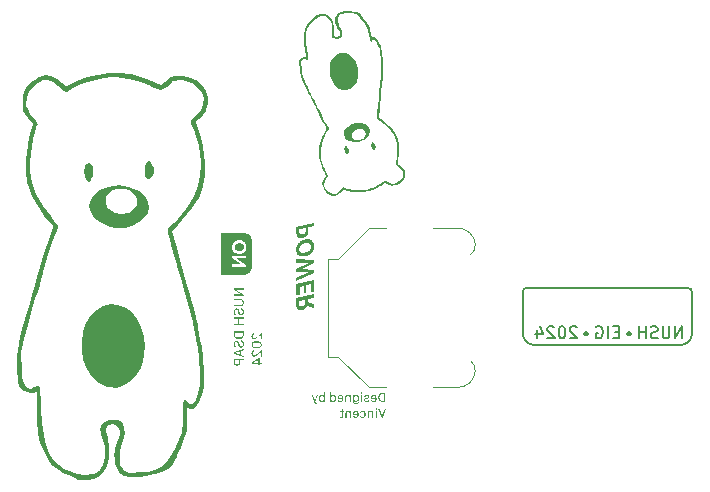
<source format=gbo>
G04 #@! TF.GenerationSoftware,KiCad,Pcbnew,8.0.1*
G04 #@! TF.CreationDate,2024-07-14T02:03:22+08:00*
G04 #@! TF.ProjectId,555Sandbox,35353553-616e-4646-926f-782e6b696361,1.0.0*
G04 #@! TF.SameCoordinates,Original*
G04 #@! TF.FileFunction,Legend,Bot*
G04 #@! TF.FilePolarity,Positive*
%FSLAX46Y46*%
G04 Gerber Fmt 4.6, Leading zero omitted, Abs format (unit mm)*
G04 Created by KiCad (PCBNEW 8.0.1) date 2024-07-14 02:03:22*
%MOMM*%
%LPD*%
G01*
G04 APERTURE LIST*
%ADD10C,0.112500*%
%ADD11C,0.100000*%
%ADD12C,0.500000*%
%ADD13C,0.240000*%
%ADD14C,0.300000*%
%ADD15C,0.200000*%
%ADD16C,0.125000*%
%ADD17C,0.150000*%
%ADD18C,0.000000*%
%ADD19C,0.120000*%
%ADD20C,6.000000*%
%ADD21O,3.500000X2.200000*%
%ADD22R,2.500000X1.500000*%
%ADD23O,2.500000X1.500000*%
%ADD24C,1.560000*%
%ADD25R,1.560000X1.560000*%
%ADD26R,3.300000X3.500000*%
%ADD27C,10.200000*%
G04 APERTURE END LIST*
D10*
G36*
X76385000Y-82364254D02*
G01*
X76385000Y-82252806D01*
X75540896Y-82252806D01*
X75540896Y-82358099D01*
X76190240Y-82774435D01*
X75540896Y-82774435D01*
X75540896Y-82885883D01*
X76385000Y-82885883D01*
X76385000Y-82781689D01*
X75734996Y-82364254D01*
X76385000Y-82364254D01*
G37*
G36*
X76304326Y-83447959D02*
G01*
X76300740Y-83494052D01*
X76288134Y-83539962D01*
X76266451Y-83579578D01*
X76246953Y-83602492D01*
X76211395Y-83630225D01*
X76169264Y-83648883D01*
X76120560Y-83658464D01*
X76090662Y-83659864D01*
X75533862Y-83659864D01*
X75533862Y-83771312D01*
X76089124Y-83771312D01*
X76134008Y-83768784D01*
X76181185Y-83759897D01*
X76224851Y-83744611D01*
X76252009Y-83730866D01*
X76288949Y-83705665D01*
X76320881Y-83675317D01*
X76347806Y-83639822D01*
X76360600Y-83617879D01*
X76379195Y-83575093D01*
X76391705Y-83528342D01*
X76397715Y-83483458D01*
X76399068Y-83447739D01*
X76396664Y-83400492D01*
X76389451Y-83356350D01*
X76375589Y-83310401D01*
X76360600Y-83277380D01*
X76336457Y-83239115D01*
X76307307Y-83205927D01*
X76273150Y-83177816D01*
X76252009Y-83164393D01*
X76210686Y-83144948D01*
X76165850Y-83131866D01*
X76117502Y-83125148D01*
X76089124Y-83124166D01*
X75533862Y-83124166D01*
X75533862Y-83235614D01*
X76090662Y-83235614D01*
X76137525Y-83239214D01*
X76184038Y-83251869D01*
X76223978Y-83273634D01*
X76246953Y-83293207D01*
X76274687Y-83328821D01*
X76293345Y-83370626D01*
X76302925Y-83418621D01*
X76304326Y-83447959D01*
G37*
G36*
X76170017Y-83926504D02*
G01*
X76170017Y-84037952D01*
X76212717Y-84053120D01*
X76225411Y-84060813D01*
X76258178Y-84091189D01*
X76267397Y-84103678D01*
X76287742Y-84143386D01*
X76294654Y-84163908D01*
X76302730Y-84207187D01*
X76304326Y-84239746D01*
X76301351Y-84285139D01*
X76290526Y-84330483D01*
X76286301Y-84341302D01*
X76262759Y-84380685D01*
X76235083Y-84406368D01*
X76194303Y-84424853D01*
X76157487Y-84429229D01*
X76113818Y-84421936D01*
X76076819Y-84398079D01*
X76074836Y-84396037D01*
X76048264Y-84357010D01*
X76031180Y-84314104D01*
X76025157Y-84293162D01*
X75986688Y-84147861D01*
X75972417Y-84103204D01*
X75952283Y-84060825D01*
X75939427Y-84040590D01*
X75909590Y-84005926D01*
X75872019Y-83977658D01*
X75863810Y-83973106D01*
X75822450Y-83957177D01*
X75776463Y-83950169D01*
X75762473Y-83949805D01*
X75715103Y-83954273D01*
X75671524Y-83967675D01*
X75635198Y-83987614D01*
X75599696Y-84017005D01*
X75569959Y-84052890D01*
X75547930Y-84091148D01*
X75531354Y-84134030D01*
X75520917Y-84180518D01*
X75516773Y-84225441D01*
X75516496Y-84241065D01*
X75518722Y-84285885D01*
X75526416Y-84332055D01*
X75539605Y-84374405D01*
X75544633Y-84386365D01*
X75566523Y-84426698D01*
X75596208Y-84463767D01*
X75622449Y-84486822D01*
X75661522Y-84510593D01*
X75704551Y-84525523D01*
X75735436Y-84530566D01*
X75735436Y-84419337D01*
X75693919Y-84404756D01*
X75669710Y-84387903D01*
X75641159Y-84354385D01*
X75626625Y-84325914D01*
X75614619Y-84282564D01*
X75611238Y-84238646D01*
X75615081Y-84191802D01*
X75628184Y-84147265D01*
X75650586Y-84110053D01*
X75683270Y-84080315D01*
X75726213Y-84063588D01*
X75752581Y-84061253D01*
X75796366Y-84069814D01*
X75828199Y-84091588D01*
X75854687Y-84128627D01*
X75871553Y-84172036D01*
X75873482Y-84179076D01*
X75911510Y-84321958D01*
X75925043Y-84365629D01*
X75942309Y-84407916D01*
X75962069Y-84444177D01*
X75989110Y-84479442D01*
X76023587Y-84508414D01*
X76037247Y-84516497D01*
X76079682Y-84533026D01*
X76124812Y-84540087D01*
X76143639Y-84540677D01*
X76190067Y-84536942D01*
X76232631Y-84525736D01*
X76274988Y-84504782D01*
X76278607Y-84502429D01*
X76315111Y-84472518D01*
X76345433Y-84435074D01*
X76367634Y-84394498D01*
X76382829Y-84353074D01*
X76393051Y-84307442D01*
X76397963Y-84263348D01*
X76399068Y-84228095D01*
X76396749Y-84180336D01*
X76389794Y-84135977D01*
X76382581Y-84108294D01*
X76366864Y-84067109D01*
X76344745Y-84028112D01*
X76335540Y-84015531D01*
X76304274Y-83982580D01*
X76268178Y-83956682D01*
X76263000Y-83953762D01*
X76221659Y-83936387D01*
X76176356Y-83927126D01*
X76170017Y-83926504D01*
G37*
G36*
X76385000Y-85369613D02*
G01*
X76385000Y-85258165D01*
X75987348Y-85258165D01*
X75987348Y-84835014D01*
X76385000Y-84835014D01*
X76385000Y-84723566D01*
X75540896Y-84723566D01*
X75540896Y-84835014D01*
X75892606Y-84835014D01*
X75892606Y-85258165D01*
X75540896Y-85258165D01*
X75540896Y-85369613D01*
X76385000Y-85369613D01*
G37*
G36*
X76385000Y-86158322D02*
G01*
X76384578Y-86181087D01*
X76380320Y-86231425D01*
X76371475Y-86277870D01*
X76358044Y-86320424D01*
X76337079Y-86364292D01*
X76310151Y-86403062D01*
X76277508Y-86436722D01*
X76239150Y-86465271D01*
X76195076Y-86488709D01*
X76151960Y-86504983D01*
X76104742Y-86517260D01*
X76061004Y-86524602D01*
X76014252Y-86529007D01*
X75964487Y-86530475D01*
X75914579Y-86529007D01*
X75867732Y-86524602D01*
X75823945Y-86517260D01*
X75776728Y-86504983D01*
X75733677Y-86488709D01*
X75689727Y-86465271D01*
X75651520Y-86436722D01*
X75619055Y-86403062D01*
X75592334Y-86364292D01*
X75581154Y-86342994D01*
X75563266Y-86296584D01*
X75552506Y-86251807D01*
X75546310Y-86203137D01*
X75544633Y-86158322D01*
X75544633Y-85994777D01*
X75639375Y-85994777D01*
X75639375Y-86151068D01*
X75639694Y-86167696D01*
X75644475Y-86214335D01*
X75656518Y-86260445D01*
X75675645Y-86300545D01*
X75677947Y-86304238D01*
X75707948Y-86340988D01*
X75742660Y-86368220D01*
X75784455Y-86389571D01*
X75828022Y-86403810D01*
X75871594Y-86412555D01*
X75919727Y-86417617D01*
X75965586Y-86419027D01*
X75970676Y-86419011D01*
X76019311Y-86417053D01*
X76063824Y-86411832D01*
X76108028Y-86402321D01*
X76126436Y-86396703D01*
X76169775Y-86378379D01*
X76209145Y-86352642D01*
X76218944Y-86344120D01*
X76248318Y-86309914D01*
X76270034Y-86268891D01*
X76279810Y-86239130D01*
X76287868Y-86195338D01*
X76290258Y-86151068D01*
X76290258Y-85994777D01*
X75639375Y-85994777D01*
X75544633Y-85994777D01*
X75544633Y-85883329D01*
X76385000Y-85883329D01*
X76385000Y-86158322D01*
G37*
G36*
X76170017Y-86661047D02*
G01*
X76170017Y-86772495D01*
X76212717Y-86787663D01*
X76225411Y-86795356D01*
X76258178Y-86825732D01*
X76267397Y-86838221D01*
X76287742Y-86877929D01*
X76294654Y-86898451D01*
X76302730Y-86941730D01*
X76304326Y-86974289D01*
X76301351Y-87019681D01*
X76290526Y-87065025D01*
X76286301Y-87075845D01*
X76262759Y-87115228D01*
X76235083Y-87140911D01*
X76194303Y-87159396D01*
X76157487Y-87163772D01*
X76113818Y-87156479D01*
X76076819Y-87132622D01*
X76074836Y-87130580D01*
X76048264Y-87091553D01*
X76031180Y-87048647D01*
X76025157Y-87027704D01*
X75986688Y-86882404D01*
X75972417Y-86837747D01*
X75952283Y-86795368D01*
X75939427Y-86775133D01*
X75909590Y-86740469D01*
X75872019Y-86712201D01*
X75863810Y-86707649D01*
X75822450Y-86691720D01*
X75776463Y-86684712D01*
X75762473Y-86684348D01*
X75715103Y-86688815D01*
X75671524Y-86702218D01*
X75635198Y-86722157D01*
X75599696Y-86751548D01*
X75569959Y-86787433D01*
X75547930Y-86825691D01*
X75531354Y-86868573D01*
X75520917Y-86915061D01*
X75516773Y-86959984D01*
X75516496Y-86975607D01*
X75518722Y-87020428D01*
X75526416Y-87066598D01*
X75539605Y-87108948D01*
X75544633Y-87120907D01*
X75566523Y-87161241D01*
X75596208Y-87198310D01*
X75622449Y-87221365D01*
X75661522Y-87245136D01*
X75704551Y-87260066D01*
X75735436Y-87265108D01*
X75735436Y-87153880D01*
X75693919Y-87139299D01*
X75669710Y-87122446D01*
X75641159Y-87088928D01*
X75626625Y-87060457D01*
X75614619Y-87017107D01*
X75611238Y-86973189D01*
X75615081Y-86926345D01*
X75628184Y-86881808D01*
X75650586Y-86844596D01*
X75683270Y-86814858D01*
X75726213Y-86798131D01*
X75752581Y-86795796D01*
X75796366Y-86804357D01*
X75828199Y-86826131D01*
X75854687Y-86863170D01*
X75871553Y-86906579D01*
X75873482Y-86913619D01*
X75911510Y-87056501D01*
X75925043Y-87100172D01*
X75942309Y-87142459D01*
X75962069Y-87178720D01*
X75989110Y-87213985D01*
X76023587Y-87242957D01*
X76037247Y-87251040D01*
X76079682Y-87267569D01*
X76124812Y-87274630D01*
X76143639Y-87275220D01*
X76190067Y-87271485D01*
X76232631Y-87260279D01*
X76274988Y-87239325D01*
X76278607Y-87236972D01*
X76315111Y-87207061D01*
X76345433Y-87169617D01*
X76367634Y-87129041D01*
X76382829Y-87087617D01*
X76393051Y-87041985D01*
X76397963Y-86997891D01*
X76399068Y-86962638D01*
X76396749Y-86914879D01*
X76389794Y-86870520D01*
X76382581Y-86842837D01*
X76366864Y-86801652D01*
X76344745Y-86762655D01*
X76335540Y-86750074D01*
X76304274Y-86717123D01*
X76268178Y-86691225D01*
X76263000Y-86688305D01*
X76221659Y-86670929D01*
X76176356Y-86661669D01*
X76170017Y-86661047D01*
G37*
G36*
X76385000Y-87482069D02*
G01*
X76142100Y-87564501D01*
X76142100Y-87874006D01*
X76385000Y-87956438D01*
X76385000Y-88075799D01*
X75540896Y-87779264D01*
X75540896Y-87721452D01*
X75674326Y-87721452D01*
X76047358Y-87845210D01*
X76047358Y-87594177D01*
X75674326Y-87717055D01*
X75674326Y-87721452D01*
X75540896Y-87721452D01*
X75540896Y-87661881D01*
X76385000Y-87364686D01*
X76385000Y-87482069D01*
G37*
G36*
X76385000Y-88331888D02*
G01*
X76071758Y-88331888D01*
X76071758Y-88526867D01*
X76071726Y-88531944D01*
X76067836Y-88580467D01*
X76057463Y-88624911D01*
X76038565Y-88669090D01*
X76015150Y-88704325D01*
X75983541Y-88736885D01*
X75945802Y-88762952D01*
X75942061Y-88764994D01*
X75898558Y-88783179D01*
X75855269Y-88792903D01*
X75808415Y-88796145D01*
X75803543Y-88796112D01*
X75756875Y-88792223D01*
X75713941Y-88781850D01*
X75671029Y-88762952D01*
X75636562Y-88739682D01*
X75604401Y-88707937D01*
X75578265Y-88669749D01*
X75574193Y-88662164D01*
X75556490Y-88617435D01*
X75547293Y-88572355D01*
X75544633Y-88528186D01*
X75544633Y-88331888D01*
X75639375Y-88331888D01*
X75639375Y-88519393D01*
X75642853Y-88560860D01*
X75656548Y-88603937D01*
X75683339Y-88641392D01*
X75717901Y-88666047D01*
X75761140Y-88680468D01*
X75807976Y-88684697D01*
X75811299Y-88684678D01*
X75857490Y-88679806D01*
X75899200Y-88665133D01*
X75928875Y-88644733D01*
X75957013Y-88608859D01*
X75972621Y-88565436D01*
X75977016Y-88519393D01*
X75977016Y-88331888D01*
X75639375Y-88331888D01*
X75544633Y-88331888D01*
X75544633Y-88220440D01*
X76385000Y-88220440D01*
X76385000Y-88331888D01*
G37*
G36*
X77288322Y-86136340D02*
G01*
X77288322Y-86024892D01*
X77284145Y-86024892D01*
X77240247Y-86028708D01*
X77195232Y-86041189D01*
X77192481Y-86042257D01*
X77153184Y-86062160D01*
X77118138Y-86089308D01*
X77113786Y-86093475D01*
X77084571Y-86128944D01*
X77062969Y-86168410D01*
X77059051Y-86177666D01*
X77045957Y-86221142D01*
X77039796Y-86265845D01*
X77038828Y-86293950D01*
X77041790Y-86342078D01*
X77050677Y-86386171D01*
X77067296Y-86430011D01*
X77069163Y-86433754D01*
X77092719Y-86471514D01*
X77124579Y-86505420D01*
X77152694Y-86525858D01*
X77194374Y-86545683D01*
X77239948Y-86556358D01*
X77272495Y-86558391D01*
X77317316Y-86554647D01*
X77361511Y-86542324D01*
X77369875Y-86538828D01*
X77410559Y-86517637D01*
X77447573Y-86492717D01*
X77455384Y-86486731D01*
X77492344Y-86457110D01*
X77528095Y-86427194D01*
X77542212Y-86415070D01*
X77802258Y-86190855D01*
X77802258Y-86573559D01*
X77897000Y-86573559D01*
X77897000Y-86024892D01*
X77830394Y-86024892D01*
X77466595Y-86348685D01*
X77432214Y-86377553D01*
X77410761Y-86394627D01*
X77373031Y-86419837D01*
X77348992Y-86431996D01*
X77305286Y-86444841D01*
X77276672Y-86446943D01*
X77231254Y-86440614D01*
X77200834Y-86426940D01*
X77167732Y-86397916D01*
X77151155Y-86371985D01*
X77136936Y-86330061D01*
X77133570Y-86293510D01*
X77138955Y-86247568D01*
X77155112Y-86208660D01*
X77183659Y-86174201D01*
X77211825Y-86154805D01*
X77253340Y-86139874D01*
X77288322Y-86136340D01*
G37*
G36*
X77530120Y-86732698D02*
G01*
X77574695Y-86736036D01*
X77623788Y-86743096D01*
X77669747Y-86753563D01*
X77712572Y-86767439D01*
X77751734Y-86784544D01*
X77791597Y-86807827D01*
X77826239Y-86835095D01*
X77858971Y-86870534D01*
X77876676Y-86896897D01*
X77896365Y-86940092D01*
X77907812Y-86987670D01*
X77911068Y-87033639D01*
X77908738Y-87072838D01*
X77899562Y-87117394D01*
X77881612Y-87161793D01*
X77862974Y-87192145D01*
X77831686Y-87228178D01*
X77796542Y-87256755D01*
X77793045Y-87259155D01*
X77751802Y-87283144D01*
X77709891Y-87301120D01*
X77663772Y-87315447D01*
X77629068Y-87323327D01*
X77581945Y-87330614D01*
X77537692Y-87334406D01*
X77491214Y-87335670D01*
X77460000Y-87335670D01*
X77420910Y-87334806D01*
X77376171Y-87331488D01*
X77326963Y-87324472D01*
X77280974Y-87314069D01*
X77238203Y-87300279D01*
X77198945Y-87283367D01*
X77158972Y-87260303D01*
X77124220Y-87233255D01*
X77091364Y-87198063D01*
X77073510Y-87171902D01*
X77053655Y-87128834D01*
X77042111Y-87081175D01*
X77038828Y-87034958D01*
X77038898Y-87033639D01*
X77133570Y-87033639D01*
X77134953Y-87055301D01*
X77147441Y-87098151D01*
X77172917Y-87135415D01*
X77203869Y-87162422D01*
X77242926Y-87184805D01*
X77285464Y-87201141D01*
X77318921Y-87210134D01*
X77365863Y-87218452D01*
X77411297Y-87222779D01*
X77460220Y-87224222D01*
X77490335Y-87224222D01*
X77527347Y-87223410D01*
X77573619Y-87219804D01*
X77621471Y-87212298D01*
X77664871Y-87201141D01*
X77703262Y-87186610D01*
X77742958Y-87164648D01*
X77777198Y-87135415D01*
X77790496Y-87118911D01*
X77809868Y-87079068D01*
X77816326Y-87033639D01*
X77814951Y-87012410D01*
X77802532Y-86970073D01*
X77777198Y-86932742D01*
X77746173Y-86905684D01*
X77707199Y-86883145D01*
X77664871Y-86866577D01*
X77631500Y-86857498D01*
X77584637Y-86849102D01*
X77539245Y-86844733D01*
X77490335Y-86843276D01*
X77460220Y-86843276D01*
X77423200Y-86844096D01*
X77376894Y-86847736D01*
X77328971Y-86855314D01*
X77285464Y-86866577D01*
X77246878Y-86881320D01*
X77207085Y-86903448D01*
X77172917Y-86932742D01*
X77159545Y-86949350D01*
X77140064Y-86988991D01*
X77133570Y-87033639D01*
X77038898Y-87033639D01*
X77040675Y-86999932D01*
X77048884Y-86956333D01*
X77065968Y-86911520D01*
X77091364Y-86871193D01*
X77120284Y-86839333D01*
X77154507Y-86811458D01*
X77194033Y-86787566D01*
X77238863Y-86767659D01*
X77275504Y-86755482D01*
X77321065Y-86744460D01*
X77369655Y-86736867D01*
X77413715Y-86733088D01*
X77460000Y-86731828D01*
X77491214Y-86731828D01*
X77530120Y-86732698D01*
G37*
G36*
X77288322Y-87610883D02*
G01*
X77288322Y-87499435D01*
X77284145Y-87499435D01*
X77240247Y-87503250D01*
X77195232Y-87515732D01*
X77192481Y-87516800D01*
X77153184Y-87536703D01*
X77118138Y-87563851D01*
X77113786Y-87568018D01*
X77084571Y-87603486D01*
X77062969Y-87642952D01*
X77059051Y-87652209D01*
X77045957Y-87695684D01*
X77039796Y-87740388D01*
X77038828Y-87768493D01*
X77041790Y-87816621D01*
X77050677Y-87860713D01*
X77067296Y-87904554D01*
X77069163Y-87908297D01*
X77092719Y-87946057D01*
X77124579Y-87979963D01*
X77152694Y-88000401D01*
X77194374Y-88020226D01*
X77239948Y-88030901D01*
X77272495Y-88032934D01*
X77317316Y-88029190D01*
X77361511Y-88016867D01*
X77369875Y-88013371D01*
X77410559Y-87992180D01*
X77447573Y-87967260D01*
X77455384Y-87961274D01*
X77492344Y-87931653D01*
X77528095Y-87901737D01*
X77542212Y-87889613D01*
X77802258Y-87665398D01*
X77802258Y-88048102D01*
X77897000Y-88048102D01*
X77897000Y-87499435D01*
X77830394Y-87499435D01*
X77466595Y-87823227D01*
X77432214Y-87852096D01*
X77410761Y-87869170D01*
X77373031Y-87894380D01*
X77348992Y-87906539D01*
X77305286Y-87919384D01*
X77276672Y-87921486D01*
X77231254Y-87915157D01*
X77200834Y-87901483D01*
X77167732Y-87872459D01*
X77151155Y-87846528D01*
X77136936Y-87804604D01*
X77133570Y-87768053D01*
X77138955Y-87722111D01*
X77155112Y-87683203D01*
X77183659Y-87648744D01*
X77211825Y-87629348D01*
X77253340Y-87614417D01*
X77288322Y-87610883D01*
G37*
G36*
X77724442Y-88574787D02*
G01*
X77897000Y-88574787D01*
X77897000Y-88686235D01*
X77724442Y-88686235D01*
X77724442Y-88785813D01*
X77629700Y-88785813D01*
X77629700Y-88686235D01*
X77052896Y-88686235D01*
X77052896Y-88574787D01*
X77151375Y-88574787D01*
X77629700Y-88574787D01*
X77629700Y-88278692D01*
X77592488Y-88299467D01*
X77547521Y-88325021D01*
X77502214Y-88351255D01*
X77464199Y-88373636D01*
X77425948Y-88396489D01*
X77387460Y-88419815D01*
X77356699Y-88438682D01*
X77318750Y-88462159D01*
X77281360Y-88485518D01*
X77237228Y-88513393D01*
X77193900Y-88541097D01*
X77151375Y-88568632D01*
X77151375Y-88574787D01*
X77052896Y-88574787D01*
X77052896Y-88515656D01*
X77070893Y-88504496D01*
X77115877Y-88476558D01*
X77160851Y-88448567D01*
X77205814Y-88420522D01*
X77250766Y-88392423D01*
X77295708Y-88364270D01*
X77340639Y-88336064D01*
X77358612Y-88324816D01*
X77403576Y-88297085D01*
X77448583Y-88269913D01*
X77493633Y-88243298D01*
X77538726Y-88217242D01*
X77583862Y-88191744D01*
X77629041Y-88166804D01*
X77724442Y-88166804D01*
X77724442Y-88574787D01*
G37*
D11*
X74450000Y-77600000D02*
X75250000Y-77600000D01*
X75250000Y-81050000D01*
X74450000Y-81050000D01*
X74450000Y-77600000D01*
G36*
X74450000Y-77600000D02*
G01*
X75250000Y-77600000D01*
X75250000Y-81050000D01*
X74450000Y-81050000D01*
X74450000Y-77600000D01*
G37*
D12*
X76850000Y-80450000D02*
G75*
G02*
X76450000Y-80850000I-400000J0D01*
G01*
X76450000Y-77800000D02*
G75*
G02*
X76850000Y-78200000I0J-400000D01*
G01*
X76450000Y-80850000D02*
X74875000Y-80850000D01*
X76850000Y-78200000D02*
X76850000Y-80450000D01*
X74875000Y-77800000D02*
X76450000Y-77800000D01*
D13*
G36*
X76050160Y-78433770D02*
G01*
X76113846Y-78441206D01*
X76172102Y-78454738D01*
X76240811Y-78481805D01*
X76298622Y-78518609D01*
X76344823Y-78564522D01*
X76378704Y-78618915D01*
X76399554Y-78681160D01*
X76406662Y-78750628D01*
X76404842Y-78786660D01*
X76390577Y-78853140D01*
X76362817Y-78911726D01*
X76322366Y-78961884D01*
X76270028Y-79003078D01*
X76206606Y-79034772D01*
X76132904Y-79056429D01*
X76071365Y-79065763D01*
X76004834Y-79068925D01*
X76003076Y-79068925D01*
X75957853Y-79067488D01*
X75894297Y-79060067D01*
X75836146Y-79046558D01*
X75767542Y-79019528D01*
X75709801Y-78982756D01*
X75663642Y-78936862D01*
X75629782Y-78882464D01*
X75608940Y-78820180D01*
X75601833Y-78750628D01*
X75603619Y-78715175D01*
X75617639Y-78649422D01*
X75645012Y-78591087D01*
X75685040Y-78540831D01*
X75737025Y-78499313D01*
X75800271Y-78467192D01*
X75874080Y-78445128D01*
X75935950Y-78435576D01*
X76003076Y-78432330D01*
X76004834Y-78432330D01*
X76050160Y-78433770D01*
G37*
G36*
X76749849Y-80617010D02*
G01*
X75258647Y-80617010D01*
X75258647Y-79480425D01*
X75412496Y-79480425D01*
X75412496Y-79697020D01*
X76181861Y-80231912D01*
X76181861Y-80236894D01*
X75412496Y-80236894D01*
X75412496Y-80483677D01*
X76596000Y-80483677D01*
X76596000Y-80268841D01*
X75821066Y-79732484D01*
X75821066Y-79727501D01*
X76596000Y-79727501D01*
X76596000Y-79480425D01*
X75412496Y-79480425D01*
X75258647Y-79480425D01*
X75258647Y-78750628D01*
X75391980Y-78750628D01*
X75394715Y-78814903D01*
X75402827Y-78875971D01*
X75416176Y-78933703D01*
X75445718Y-79013760D01*
X75486262Y-79085580D01*
X75537339Y-79148725D01*
X75598480Y-79202758D01*
X75669215Y-79247241D01*
X75749075Y-79281737D01*
X75807153Y-79298969D01*
X75868938Y-79311439D01*
X75934292Y-79319015D01*
X76003076Y-79321570D01*
X76004834Y-79321570D01*
X76073721Y-79319025D01*
X76139165Y-79311475D01*
X76201029Y-79299045D01*
X76259173Y-79281860D01*
X76339115Y-79247446D01*
X76409912Y-79203042D01*
X76471097Y-79149074D01*
X76522203Y-79085966D01*
X76562765Y-79014143D01*
X76592316Y-78934029D01*
X76605668Y-78876224D01*
X76613781Y-78815048D01*
X76616516Y-78750628D01*
X76613781Y-78686256D01*
X76605668Y-78625116D01*
X76592316Y-78567335D01*
X76562765Y-78487240D01*
X76522203Y-78415418D01*
X76471097Y-78352298D01*
X76409912Y-78298308D01*
X76339115Y-78253878D01*
X76259173Y-78219436D01*
X76201029Y-78202236D01*
X76139165Y-78189793D01*
X76073721Y-78182234D01*
X76004834Y-78179686D01*
X76003076Y-78179686D01*
X75934147Y-78182250D01*
X75868686Y-78189853D01*
X75806826Y-78202361D01*
X75748704Y-78219642D01*
X75668825Y-78254219D01*
X75598115Y-78298781D01*
X75537031Y-78352879D01*
X75486030Y-78416062D01*
X75445568Y-78487879D01*
X75416101Y-78567879D01*
X75402791Y-78625537D01*
X75394705Y-78686497D01*
X75391980Y-78750628D01*
X75258647Y-78750628D01*
X75258647Y-78046353D01*
X76749849Y-78046353D01*
X76749849Y-80617010D01*
G37*
D14*
G36*
X81853553Y-76962421D02*
G01*
X81617981Y-77011514D01*
X81617981Y-77365788D01*
X81611183Y-77443047D01*
X81588003Y-77518196D01*
X81548372Y-77583042D01*
X81493294Y-77635846D01*
X81424276Y-77674363D01*
X81349436Y-77696982D01*
X81347238Y-77697348D01*
X81272469Y-77705956D01*
X81198143Y-77694278D01*
X81149035Y-77666207D01*
X81104203Y-77606966D01*
X81083105Y-77531137D01*
X81079792Y-77477530D01*
X81079792Y-77123255D01*
X80844220Y-77172348D01*
X80844220Y-77596964D01*
X80849204Y-77678018D01*
X80864158Y-77750958D01*
X80892465Y-77822484D01*
X80907234Y-77848290D01*
X80956322Y-77909866D01*
X81017446Y-77957069D01*
X81083456Y-77987509D01*
X81157931Y-78005104D01*
X81231321Y-78009132D01*
X81310739Y-78001974D01*
X81347971Y-77995202D01*
X81349802Y-77994836D01*
X81423579Y-77975487D01*
X81492501Y-77949315D01*
X81564236Y-77911715D01*
X81615783Y-77876500D01*
X81675433Y-77824913D01*
X81727027Y-77767007D01*
X81770565Y-77702785D01*
X81791271Y-77664375D01*
X81821378Y-77591484D01*
X81841632Y-77514594D01*
X81852033Y-77433704D01*
X81853553Y-77387038D01*
X81853553Y-76962421D01*
G37*
G36*
X82322500Y-76715126D02*
G01*
X80844220Y-77022505D01*
X80844220Y-77320359D01*
X82322500Y-77012980D01*
X82322500Y-76715126D01*
G37*
G36*
X81911257Y-78103335D02*
G01*
X81989108Y-78120132D01*
X81999725Y-78123310D01*
X82069777Y-78150403D01*
X82140691Y-78191757D01*
X82201851Y-78244193D01*
X82253257Y-78307711D01*
X82279959Y-78352752D01*
X82309740Y-78422120D01*
X82330649Y-78498851D01*
X82342688Y-78582945D01*
X82345947Y-78660886D01*
X82345585Y-78687747D01*
X82340154Y-78766422D01*
X82328205Y-78842238D01*
X82309740Y-78915194D01*
X82284757Y-78985292D01*
X82253257Y-79052530D01*
X82241320Y-79074252D01*
X82201851Y-79136862D01*
X82156896Y-79195633D01*
X82106453Y-79250567D01*
X82050524Y-79301662D01*
X81989108Y-79348918D01*
X81956478Y-79370953D01*
X81887913Y-79411216D01*
X81814944Y-79446404D01*
X81737569Y-79476517D01*
X81655790Y-79501556D01*
X81584275Y-79518545D01*
X81582444Y-79518911D01*
X81496659Y-79533706D01*
X81415433Y-79541546D01*
X81338767Y-79542430D01*
X81255086Y-79534671D01*
X81177611Y-79517446D01*
X81167062Y-79514246D01*
X81097446Y-79487060D01*
X81026944Y-79445730D01*
X80966104Y-79393454D01*
X80914928Y-79330234D01*
X80888120Y-79285404D01*
X80858222Y-79216271D01*
X80837229Y-79139706D01*
X80825143Y-79055707D01*
X80821871Y-78977791D01*
X80822232Y-78951193D01*
X80824121Y-78923936D01*
X81079792Y-78923936D01*
X81083616Y-78982325D01*
X81103691Y-79059433D01*
X81140975Y-79123971D01*
X81179447Y-79163721D01*
X81243366Y-79203830D01*
X81314631Y-79227652D01*
X81350826Y-79234358D01*
X81429494Y-79239238D01*
X81507453Y-79233903D01*
X81582444Y-79221423D01*
X81584275Y-79221057D01*
X81640424Y-79207688D01*
X81710880Y-79185454D01*
X81784122Y-79154420D01*
X81850989Y-79117010D01*
X81864896Y-79107911D01*
X81928509Y-79058723D01*
X81982247Y-79003382D01*
X82026111Y-78941888D01*
X82033608Y-78928935D01*
X82063841Y-78861637D01*
X82081980Y-78790117D01*
X82088026Y-78714375D01*
X82084180Y-78655688D01*
X82063984Y-78578391D01*
X82026477Y-78513974D01*
X81987621Y-78474726D01*
X81923282Y-78434926D01*
X81851721Y-78411026D01*
X81815439Y-78404425D01*
X81736757Y-78399702D01*
X81658968Y-78405118D01*
X81584275Y-78417620D01*
X81582444Y-78417987D01*
X81525325Y-78431618D01*
X81453976Y-78454161D01*
X81380276Y-78485488D01*
X81313532Y-78523133D01*
X81299676Y-78532319D01*
X81236493Y-78581814D01*
X81183470Y-78637249D01*
X81140608Y-78698622D01*
X81136867Y-78705097D01*
X81105983Y-78771858D01*
X81085731Y-78849511D01*
X81079792Y-78923936D01*
X80824121Y-78923936D01*
X80827642Y-78873148D01*
X80839543Y-78797732D01*
X80857935Y-78724943D01*
X80882820Y-78654781D01*
X80914195Y-78587247D01*
X80926042Y-78565391D01*
X80965257Y-78502434D01*
X81009985Y-78443392D01*
X81060226Y-78388265D01*
X81115979Y-78337054D01*
X81177245Y-78289759D01*
X81209754Y-78267725D01*
X81278172Y-78227462D01*
X81351125Y-78192274D01*
X81428611Y-78162160D01*
X81510631Y-78137122D01*
X81582444Y-78120132D01*
X81584275Y-78119766D01*
X81669726Y-78104933D01*
X81750771Y-78096977D01*
X81827411Y-78095900D01*
X81911257Y-78103335D01*
G37*
G36*
X82322500Y-79852303D02*
G01*
X80833595Y-79778297D01*
X80833595Y-80092271D01*
X81900448Y-80099599D01*
X81900448Y-80105460D01*
X80833595Y-80594190D01*
X80833595Y-80859438D01*
X81900448Y-80904867D01*
X81900448Y-80911096D01*
X80833595Y-81362456D01*
X80833595Y-81676430D01*
X82322500Y-80982537D01*
X82322500Y-80686514D01*
X81324890Y-80627896D01*
X81324890Y-80622400D01*
X82322500Y-80147959D01*
X82322500Y-79852303D01*
G37*
G36*
X82322500Y-81567254D02*
G01*
X80845319Y-81874267D01*
X80845319Y-82837439D01*
X81103239Y-82783950D01*
X81103239Y-82118632D01*
X81453850Y-82045726D01*
X81453850Y-82665248D01*
X81689422Y-82616155D01*
X81689422Y-81996633D01*
X82064579Y-81918597D01*
X82064579Y-82583915D01*
X82322500Y-82530426D01*
X82322500Y-81567254D01*
G37*
G36*
X82322500Y-83068248D02*
G01*
X81783211Y-83180356D01*
X81783211Y-83409333D01*
X81783211Y-83417393D01*
X81783211Y-83424354D01*
X82322500Y-83582624D01*
X82322500Y-83914183D01*
X81737049Y-83740893D01*
X81720459Y-83779331D01*
X81682573Y-83844327D01*
X81634369Y-83903932D01*
X81575849Y-83958147D01*
X81539694Y-83985267D01*
X81470693Y-84026508D01*
X81396649Y-84058013D01*
X81317562Y-84079780D01*
X81315364Y-84080513D01*
X81297073Y-84084043D01*
X81218837Y-84093236D01*
X81139725Y-84090603D01*
X81062206Y-84072086D01*
X81000898Y-84041554D01*
X80944698Y-83993505D01*
X80900273Y-83930303D01*
X80884125Y-83896842D01*
X80860040Y-83821494D01*
X80847723Y-83744076D01*
X80844220Y-83667620D01*
X80844220Y-83585555D01*
X81079792Y-83585555D01*
X81080771Y-83612837D01*
X81097473Y-83688697D01*
X81142440Y-83751884D01*
X81167492Y-83769276D01*
X81238067Y-83789122D01*
X81312067Y-83783025D01*
X81314265Y-83782659D01*
X81359786Y-83770126D01*
X81427380Y-83736570D01*
X81485724Y-83683008D01*
X81515653Y-83637010D01*
X81540323Y-83566574D01*
X81547639Y-83492865D01*
X81547639Y-83229449D01*
X81079792Y-83326535D01*
X81079792Y-83585555D01*
X80844220Y-83585555D01*
X80844220Y-83077774D01*
X82322500Y-82770394D01*
X82322500Y-83068248D01*
G37*
D15*
X114350000Y-86050000D02*
G75*
G02*
X113350000Y-87050000I-1000000J0D01*
G01*
X113950000Y-82200000D02*
G75*
G02*
X114350000Y-82600000I0J-400000D01*
G01*
X100400000Y-82200000D02*
X113950000Y-82200000D01*
X100000000Y-86050000D02*
X100000000Y-82600000D01*
X100000000Y-82600000D02*
G75*
G02*
X100400000Y-82200000I400000J0D01*
G01*
X114350000Y-82600000D02*
X114350000Y-86050000D01*
X113350000Y-87050000D02*
X101007107Y-87050000D01*
X101000000Y-87050000D02*
G75*
G02*
X100000000Y-86050000I0J1000000D01*
G01*
D16*
G36*
X88349958Y-91860000D02*
G01*
X88105519Y-91860000D01*
X88085284Y-91859625D01*
X88040539Y-91855840D01*
X87999254Y-91847978D01*
X87961428Y-91836039D01*
X87922435Y-91817404D01*
X87887972Y-91793468D01*
X87858053Y-91764452D01*
X87832676Y-91730355D01*
X87811842Y-91691179D01*
X87797376Y-91652854D01*
X87786463Y-91610882D01*
X87779938Y-91572004D01*
X87776022Y-91530446D01*
X87774746Y-91487187D01*
X87873782Y-91487187D01*
X87873796Y-91491712D01*
X87875537Y-91534943D01*
X87880177Y-91574510D01*
X87888632Y-91613803D01*
X87893625Y-91630165D01*
X87909913Y-91668689D01*
X87932791Y-91703684D01*
X87940365Y-91712394D01*
X87970771Y-91738505D01*
X88007236Y-91757808D01*
X88033690Y-91766498D01*
X88072616Y-91773660D01*
X88111967Y-91775785D01*
X88250893Y-91775785D01*
X88250893Y-91197222D01*
X88111967Y-91197222D01*
X88097187Y-91197505D01*
X88055730Y-91201756D01*
X88014743Y-91212461D01*
X87979099Y-91229462D01*
X87975816Y-91231509D01*
X87943150Y-91258176D01*
X87918943Y-91289031D01*
X87899965Y-91326182D01*
X87887308Y-91364908D01*
X87879535Y-91403639D01*
X87875035Y-91446424D01*
X87873782Y-91487187D01*
X87774746Y-91487187D01*
X87774717Y-91486210D01*
X87776022Y-91441848D01*
X87779938Y-91400206D01*
X87786463Y-91361285D01*
X87797376Y-91319314D01*
X87811842Y-91281046D01*
X87832676Y-91241980D01*
X87858053Y-91208018D01*
X87887972Y-91179160D01*
X87922435Y-91155408D01*
X87941367Y-91145470D01*
X87982619Y-91129570D01*
X88022422Y-91120005D01*
X88065684Y-91114498D01*
X88105519Y-91113007D01*
X88349958Y-91113007D01*
X88349958Y-91860000D01*
G37*
G36*
X87389923Y-91272284D02*
G01*
X87430773Y-91275948D01*
X87468874Y-91285717D01*
X87507613Y-91303517D01*
X87541965Y-91328081D01*
X87570867Y-91358786D01*
X87592414Y-91392030D01*
X87599604Y-91406639D01*
X87613385Y-91446180D01*
X87620664Y-91485453D01*
X87623091Y-91528220D01*
X87623091Y-91616538D01*
X87622835Y-91631081D01*
X87618997Y-91672482D01*
X87609330Y-91714568D01*
X87593977Y-91752533D01*
X87573159Y-91785879D01*
X87544485Y-91816654D01*
X87509762Y-91841242D01*
X87499275Y-91846829D01*
X87461540Y-91861483D01*
X87419530Y-91870032D01*
X87378066Y-91872505D01*
X87361435Y-91872142D01*
X87321408Y-91867806D01*
X87283496Y-91857655D01*
X87248637Y-91841704D01*
X87216085Y-91819162D01*
X87197327Y-91801164D01*
X87173879Y-91769337D01*
X87167858Y-91757860D01*
X87155512Y-91719316D01*
X87257704Y-91719316D01*
X87278611Y-91753119D01*
X87284889Y-91758841D01*
X87320034Y-91778715D01*
X87338509Y-91784166D01*
X87378653Y-91788290D01*
X87419701Y-91783729D01*
X87457272Y-91768178D01*
X87486901Y-91741591D01*
X87508038Y-91706968D01*
X87520401Y-91667313D01*
X87524026Y-91626894D01*
X87524026Y-91597390D01*
X87147892Y-91597390D01*
X87147892Y-91527438D01*
X87147987Y-91522358D01*
X87246957Y-91522358D01*
X87524026Y-91522358D01*
X87523875Y-91513124D01*
X87519173Y-91472893D01*
X87506831Y-91435017D01*
X87487480Y-91403581D01*
X87458178Y-91376985D01*
X87424180Y-91361598D01*
X87385101Y-91356468D01*
X87350837Y-91360171D01*
X87312609Y-91375812D01*
X87286532Y-91397511D01*
X87264347Y-91430718D01*
X87262241Y-91435185D01*
X87250286Y-91474215D01*
X87246957Y-91513175D01*
X87246957Y-91518060D01*
X87246957Y-91522358D01*
X87147987Y-91522358D01*
X87148160Y-91513037D01*
X87152178Y-91471998D01*
X87162299Y-91430206D01*
X87178374Y-91392421D01*
X87199695Y-91359158D01*
X87228394Y-91328387D01*
X87262588Y-91303712D01*
X87265950Y-91301777D01*
X87304995Y-91284542D01*
X87343776Y-91275326D01*
X87385687Y-91272254D01*
X87389923Y-91272284D01*
G37*
G36*
X87010334Y-91446545D02*
G01*
X87006733Y-91407177D01*
X86993189Y-91367557D01*
X86979853Y-91346894D01*
X86952023Y-91319005D01*
X86918066Y-91297888D01*
X86900327Y-91290425D01*
X86862583Y-91279352D01*
X86822915Y-91273389D01*
X86795401Y-91272254D01*
X86754330Y-91274724D01*
X86713897Y-91283054D01*
X86686566Y-91293161D01*
X86652327Y-91312792D01*
X86623027Y-91339848D01*
X86614466Y-91350997D01*
X86596701Y-91385854D01*
X86588884Y-91425797D01*
X86588478Y-91438143D01*
X86681877Y-91438143D01*
X86695541Y-91400629D01*
X86696336Y-91399455D01*
X86725418Y-91373300D01*
X86734438Y-91368583D01*
X86772902Y-91357900D01*
X86797550Y-91356468D01*
X86837610Y-91360769D01*
X86875151Y-91376218D01*
X86879225Y-91378939D01*
X86905136Y-91410242D01*
X86911270Y-91443224D01*
X86900678Y-91481627D01*
X86898374Y-91484647D01*
X86866958Y-91508117D01*
X86864375Y-91509267D01*
X86825982Y-91521462D01*
X86818262Y-91523140D01*
X86779779Y-91530534D01*
X86769218Y-91532519D01*
X86730237Y-91540396D01*
X86690984Y-91551161D01*
X86671130Y-91557920D01*
X86635723Y-91575028D01*
X86605341Y-91599832D01*
X86600202Y-91605596D01*
X86581128Y-91640401D01*
X86574043Y-91679455D01*
X86573628Y-91693133D01*
X86577695Y-91733799D01*
X86591279Y-91772397D01*
X86602547Y-91790830D01*
X86629880Y-91820215D01*
X86664889Y-91843280D01*
X86683635Y-91851793D01*
X86721423Y-91863585D01*
X86763320Y-91870482D01*
X86804975Y-91872505D01*
X86847592Y-91870219D01*
X86886516Y-91863362D01*
X86918695Y-91853161D01*
X86954996Y-91834541D01*
X86986155Y-91807998D01*
X86995289Y-91796887D01*
X87014123Y-91761299D01*
X87022167Y-91722693D01*
X87022840Y-91706420D01*
X86920844Y-91706420D01*
X86907433Y-91744276D01*
X86903454Y-91750188D01*
X86871939Y-91775010D01*
X86864180Y-91778325D01*
X86824349Y-91787112D01*
X86798918Y-91788290D01*
X86758422Y-91785163D01*
X86726427Y-91775785D01*
X86694033Y-91753771D01*
X86685589Y-91742958D01*
X86673008Y-91705328D01*
X86672693Y-91697627D01*
X86682585Y-91659256D01*
X86691842Y-91648583D01*
X86726434Y-91628285D01*
X86743817Y-91622595D01*
X86782814Y-91612855D01*
X86816308Y-91605792D01*
X86855115Y-91597072D01*
X86894117Y-91586138D01*
X86913810Y-91579609D01*
X86951162Y-91561648D01*
X86982486Y-91535203D01*
X86984152Y-91533300D01*
X87002945Y-91498959D01*
X87009925Y-91460168D01*
X87010334Y-91446545D01*
G37*
G36*
X86403831Y-91860000D02*
G01*
X86403831Y-91284759D01*
X86304766Y-91284759D01*
X86304766Y-91860000D01*
X86403831Y-91860000D01*
G37*
G36*
X86428841Y-91103824D02*
G01*
X86418848Y-91065760D01*
X86409497Y-91053998D01*
X86373362Y-91035580D01*
X86361235Y-91034654D01*
X86322969Y-91044647D01*
X86311018Y-91053998D01*
X86292517Y-91089279D01*
X86291284Y-91103824D01*
X86302384Y-91142548D01*
X86311018Y-91152868D01*
X86346666Y-91171003D01*
X86361235Y-91172212D01*
X86399153Y-91161331D01*
X86409497Y-91152868D01*
X86427632Y-91118026D01*
X86428841Y-91103824D01*
G37*
G36*
X85947623Y-91275097D02*
G01*
X85986844Y-91284792D01*
X86023203Y-91301367D01*
X86052893Y-91321960D01*
X86080793Y-91350430D01*
X86103705Y-91384996D01*
X86109013Y-91395408D01*
X86122935Y-91432869D01*
X86131056Y-91474566D01*
X86133405Y-91515715D01*
X86133405Y-91605010D01*
X86133144Y-91619005D01*
X86129228Y-91658783D01*
X86119367Y-91699102D01*
X86103705Y-91735338D01*
X86083063Y-91766910D01*
X86055552Y-91795865D01*
X86023007Y-91818771D01*
X85989989Y-91833918D01*
X85951023Y-91844100D01*
X85909288Y-91847494D01*
X85892922Y-91846922D01*
X85854187Y-91840265D01*
X85844840Y-91837375D01*
X85808464Y-91820725D01*
X85803424Y-91817541D01*
X85773098Y-91792002D01*
X85771268Y-91789939D01*
X85750237Y-91756245D01*
X85744766Y-91756245D01*
X85744766Y-91840265D01*
X85747687Y-91876164D01*
X85759191Y-91913660D01*
X85781695Y-91946559D01*
X85814604Y-91970016D01*
X85854184Y-91982007D01*
X85893265Y-91985052D01*
X85917611Y-91983851D01*
X85957550Y-91974891D01*
X85967350Y-91970907D01*
X86000928Y-91947927D01*
X86002883Y-91945790D01*
X86020858Y-91910802D01*
X86120900Y-91910802D01*
X86120634Y-91913410D01*
X86110682Y-91953575D01*
X86091591Y-91988569D01*
X86083090Y-91999526D01*
X86053298Y-92026604D01*
X86017732Y-92046992D01*
X86011578Y-92049689D01*
X85974296Y-92061414D01*
X85935355Y-92067505D01*
X85896196Y-92069267D01*
X85875996Y-92068807D01*
X85834396Y-92064652D01*
X85795764Y-92056175D01*
X85787299Y-92053590D01*
X85750658Y-92038075D01*
X85716629Y-92015143D01*
X85710460Y-92009805D01*
X85683581Y-91979044D01*
X85664459Y-91944214D01*
X85657150Y-91924613D01*
X85648339Y-91883993D01*
X85645701Y-91841632D01*
X85645701Y-91604815D01*
X85744766Y-91604815D01*
X85748722Y-91644333D01*
X85760593Y-91681605D01*
X85778779Y-91712574D01*
X85807487Y-91740614D01*
X85844480Y-91758299D01*
X85884082Y-91763279D01*
X85925310Y-91757759D01*
X85961849Y-91741200D01*
X85963971Y-91739791D01*
X85993934Y-91712625D01*
X86015191Y-91679260D01*
X86020708Y-91666508D01*
X86031180Y-91627655D01*
X86034340Y-91587424D01*
X86034340Y-91532909D01*
X86033892Y-91516799D01*
X86028529Y-91477859D01*
X86015973Y-91440683D01*
X85993893Y-91405268D01*
X85964389Y-91378743D01*
X85962288Y-91377373D01*
X85925359Y-91361363D01*
X85885059Y-91356468D01*
X85846213Y-91361492D01*
X85809246Y-91379330D01*
X85783157Y-91403670D01*
X85761374Y-91438729D01*
X85748918Y-91476831D01*
X85744766Y-91517669D01*
X85744766Y-91604815D01*
X85645701Y-91604815D01*
X85645701Y-91284759D01*
X85744766Y-91284759D01*
X85744766Y-91367411D01*
X85751738Y-91352619D01*
X85776615Y-91321688D01*
X85796869Y-91305356D01*
X85833084Y-91286127D01*
X85869085Y-91275722D01*
X85909483Y-91272254D01*
X85947623Y-91275097D01*
G37*
G36*
X85443272Y-91860000D02*
G01*
X85443272Y-91284759D01*
X85344207Y-91284759D01*
X85344207Y-91384019D01*
X85338736Y-91384019D01*
X85321847Y-91348445D01*
X85313531Y-91335757D01*
X85285984Y-91307608D01*
X85259993Y-91291207D01*
X85221244Y-91277603D01*
X85182455Y-91272716D01*
X85164249Y-91272254D01*
X85122826Y-91275245D01*
X85081129Y-91285764D01*
X85044625Y-91303856D01*
X85023175Y-91320125D01*
X84997011Y-91350963D01*
X84979410Y-91389622D01*
X84970953Y-91430551D01*
X84969050Y-91465303D01*
X84969050Y-91860000D01*
X85068115Y-91860000D01*
X85068115Y-91494612D01*
X85071464Y-91455053D01*
X85083356Y-91418213D01*
X85107277Y-91385652D01*
X85126538Y-91371905D01*
X85163576Y-91359016D01*
X85193363Y-91356468D01*
X85234294Y-91361031D01*
X85271094Y-91376046D01*
X85277578Y-91380307D01*
X85306936Y-91408297D01*
X85326740Y-91442434D01*
X85327794Y-91444982D01*
X85339014Y-91482510D01*
X85343951Y-91523628D01*
X85344207Y-91536036D01*
X85344207Y-91860000D01*
X85443272Y-91860000D01*
G37*
G36*
X84570774Y-91272284D02*
G01*
X84611624Y-91275948D01*
X84649726Y-91285717D01*
X84688464Y-91303517D01*
X84722816Y-91328081D01*
X84751719Y-91358786D01*
X84773265Y-91392030D01*
X84780455Y-91406639D01*
X84794236Y-91446180D01*
X84801516Y-91485453D01*
X84803942Y-91528220D01*
X84803942Y-91616538D01*
X84803686Y-91631081D01*
X84799848Y-91672482D01*
X84790181Y-91714568D01*
X84774829Y-91752533D01*
X84754011Y-91785879D01*
X84725337Y-91816654D01*
X84690614Y-91841242D01*
X84680126Y-91846829D01*
X84642391Y-91861483D01*
X84600381Y-91870032D01*
X84558918Y-91872505D01*
X84542286Y-91872142D01*
X84502260Y-91867806D01*
X84464347Y-91857655D01*
X84429488Y-91841704D01*
X84396936Y-91819162D01*
X84378178Y-91801164D01*
X84354731Y-91769337D01*
X84348709Y-91757860D01*
X84336364Y-91719316D01*
X84438555Y-91719316D01*
X84459462Y-91753119D01*
X84465741Y-91758841D01*
X84500886Y-91778715D01*
X84519361Y-91784166D01*
X84559504Y-91788290D01*
X84600552Y-91783729D01*
X84638124Y-91768178D01*
X84667752Y-91741591D01*
X84688889Y-91706968D01*
X84701252Y-91667313D01*
X84704877Y-91626894D01*
X84704877Y-91597390D01*
X84328743Y-91597390D01*
X84328743Y-91527438D01*
X84328838Y-91522358D01*
X84427808Y-91522358D01*
X84704877Y-91522358D01*
X84704726Y-91513124D01*
X84700025Y-91472893D01*
X84687683Y-91435017D01*
X84668331Y-91403581D01*
X84639030Y-91376985D01*
X84605031Y-91361598D01*
X84565952Y-91356468D01*
X84531689Y-91360171D01*
X84493461Y-91375812D01*
X84467383Y-91397511D01*
X84445198Y-91430718D01*
X84443093Y-91435185D01*
X84431137Y-91474215D01*
X84427808Y-91513175D01*
X84427808Y-91518060D01*
X84427808Y-91522358D01*
X84328838Y-91522358D01*
X84329011Y-91513037D01*
X84333030Y-91471998D01*
X84343151Y-91430206D01*
X84359225Y-91392421D01*
X84380547Y-91359158D01*
X84409246Y-91328387D01*
X84443440Y-91303712D01*
X84446802Y-91301777D01*
X84485846Y-91284542D01*
X84524628Y-91275326D01*
X84566538Y-91272254D01*
X84570774Y-91272284D01*
G37*
G36*
X83803524Y-91366043D02*
G01*
X83812881Y-91347062D01*
X83838695Y-91315826D01*
X83859358Y-91300199D01*
X83895359Y-91283391D01*
X83928174Y-91275397D01*
X83969413Y-91272254D01*
X84009229Y-91275211D01*
X84049367Y-91285297D01*
X84085673Y-91302540D01*
X84114761Y-91323835D01*
X84141732Y-91352725D01*
X84163440Y-91387341D01*
X84168398Y-91397736D01*
X84181404Y-91434891D01*
X84188991Y-91475901D01*
X84191186Y-91516106D01*
X84191186Y-91629239D01*
X84191080Y-91638374D01*
X84188000Y-91677666D01*
X84179573Y-91717844D01*
X84164221Y-91757808D01*
X84147228Y-91786714D01*
X84121799Y-91816671D01*
X84088213Y-91842609D01*
X84052440Y-91859630D01*
X84012558Y-91869585D01*
X83972735Y-91872505D01*
X83953398Y-91871780D01*
X83913140Y-91865080D01*
X83899401Y-91861099D01*
X83862142Y-91844759D01*
X83853816Y-91839671D01*
X83823454Y-91813496D01*
X83819653Y-91808840D01*
X83801765Y-91772658D01*
X83796880Y-91772658D01*
X83796880Y-91860000D01*
X83704459Y-91860000D01*
X83704459Y-91617320D01*
X83803524Y-91617320D01*
X83803808Y-91630237D01*
X83808652Y-91669140D01*
X83821695Y-91708178D01*
X83841865Y-91740261D01*
X83872302Y-91767383D01*
X83909976Y-91783696D01*
X83948897Y-91788290D01*
X83987774Y-91783653D01*
X84025296Y-91767187D01*
X84053677Y-91741102D01*
X84074731Y-91705443D01*
X84081507Y-91686876D01*
X84089675Y-91648229D01*
X84092121Y-91607745D01*
X84092121Y-91536427D01*
X84091706Y-91519176D01*
X84086742Y-91478030D01*
X84075122Y-91439706D01*
X84055910Y-91406092D01*
X84026664Y-91377962D01*
X83992274Y-91361842D01*
X83951632Y-91356468D01*
X83913576Y-91360934D01*
X83875429Y-91376789D01*
X83845436Y-91401067D01*
X83822672Y-91433258D01*
X83821494Y-91435516D01*
X83807731Y-91474436D01*
X83803524Y-91515715D01*
X83803524Y-91617320D01*
X83704459Y-91617320D01*
X83704459Y-91072170D01*
X83803524Y-91072170D01*
X83803524Y-91366043D01*
G37*
G36*
X83250949Y-91860000D02*
G01*
X83151884Y-91860000D01*
X83151884Y-91778715D01*
X83140270Y-91799333D01*
X83113586Y-91828932D01*
X83091717Y-91844560D01*
X83054187Y-91861367D01*
X83017990Y-91869720D01*
X82978569Y-91872505D01*
X82936616Y-91869547D01*
X82894832Y-91859462D01*
X82857620Y-91842219D01*
X82828139Y-91820687D01*
X82800955Y-91791272D01*
X82779267Y-91755854D01*
X82772810Y-91741499D01*
X82760433Y-91702672D01*
X82753895Y-91664138D01*
X82751716Y-91622205D01*
X82751716Y-91605205D01*
X82850781Y-91605205D01*
X82851379Y-91626436D01*
X82856160Y-91665271D01*
X82867780Y-91704466D01*
X82887152Y-91738500D01*
X82917411Y-91766796D01*
X82919464Y-91768119D01*
X82955996Y-91783567D01*
X82996545Y-91788290D01*
X82999344Y-91788270D01*
X83039043Y-91783161D01*
X83076657Y-91767773D01*
X83108066Y-91743007D01*
X83131953Y-91710132D01*
X83135515Y-91703122D01*
X83148069Y-91665495D01*
X83151884Y-91626503D01*
X83151884Y-91529979D01*
X83151430Y-91513601D01*
X83146010Y-91474323D01*
X83133321Y-91437362D01*
X83110704Y-91402826D01*
X83080369Y-91377376D01*
X83078208Y-91376089D01*
X83040356Y-91361062D01*
X82999281Y-91356468D01*
X82996327Y-91356490D01*
X82955415Y-91361988D01*
X82918778Y-91378548D01*
X82916730Y-91379935D01*
X82888104Y-91407370D01*
X82868367Y-91442051D01*
X82861514Y-91461101D01*
X82853254Y-91500944D01*
X82850781Y-91542875D01*
X82850781Y-91605205D01*
X82751716Y-91605205D01*
X82751716Y-91521967D01*
X82751955Y-91507718D01*
X82755536Y-91467196D01*
X82764553Y-91426087D01*
X82778876Y-91389099D01*
X82798102Y-91356569D01*
X82824453Y-91326604D01*
X82856252Y-91302735D01*
X82892969Y-91285381D01*
X82934073Y-91275230D01*
X82975247Y-91272254D01*
X82996218Y-91273085D01*
X83034842Y-91279288D01*
X83048740Y-91283208D01*
X83086036Y-91299804D01*
X83094288Y-91304965D01*
X83124333Y-91331458D01*
X83128957Y-91337242D01*
X83146999Y-91372100D01*
X83151884Y-91372100D01*
X83151884Y-91072170D01*
X83250949Y-91072170D01*
X83250949Y-91860000D01*
G37*
G36*
X82144626Y-91284759D02*
G01*
X82157986Y-91323337D01*
X82171297Y-91361695D01*
X82184560Y-91399834D01*
X82197773Y-91437752D01*
X82210840Y-91475403D01*
X82223859Y-91512735D01*
X82236828Y-91549750D01*
X82249748Y-91586448D01*
X82264069Y-91627322D01*
X82278235Y-91667732D01*
X82292247Y-91707679D01*
X82299965Y-91729672D01*
X82313720Y-91768882D01*
X82327291Y-91807597D01*
X82340676Y-91845818D01*
X82348032Y-91866838D01*
X82360146Y-91898101D01*
X82375599Y-91936136D01*
X82394885Y-91973306D01*
X82418654Y-92007095D01*
X82441625Y-92029993D01*
X82477524Y-92052353D01*
X82515809Y-92064626D01*
X82554866Y-92069113D01*
X82564138Y-92069267D01*
X82593642Y-92067704D01*
X82620997Y-92064187D01*
X82620997Y-91982316D01*
X82601067Y-91983879D01*
X82578792Y-91985052D01*
X82537988Y-91980415D01*
X82503370Y-91963949D01*
X82477583Y-91931306D01*
X82463510Y-91893607D01*
X82457452Y-91872114D01*
X82668478Y-91284759D01*
X82558667Y-91284759D01*
X82406650Y-91766796D01*
X82402156Y-91766796D01*
X82249553Y-91284759D01*
X82144626Y-91284759D01*
G37*
G36*
X88159057Y-93204000D02*
G01*
X88426552Y-92453685D01*
X88311660Y-92453685D01*
X88108255Y-93085200D01*
X88102784Y-93085200D01*
X87899769Y-92453685D01*
X87786050Y-92453685D01*
X88053545Y-93204000D01*
X88159057Y-93204000D01*
G37*
G36*
X87644193Y-93204000D02*
G01*
X87644193Y-92628759D01*
X87545129Y-92628759D01*
X87545129Y-93204000D01*
X87644193Y-93204000D01*
G37*
G36*
X87669204Y-92447824D02*
G01*
X87659211Y-92409760D01*
X87649860Y-92397998D01*
X87613724Y-92379580D01*
X87601598Y-92378654D01*
X87563332Y-92388647D01*
X87551381Y-92397998D01*
X87532880Y-92433279D01*
X87531646Y-92447824D01*
X87542747Y-92486548D01*
X87551381Y-92496868D01*
X87587028Y-92515003D01*
X87601598Y-92516212D01*
X87639516Y-92505331D01*
X87649860Y-92496868D01*
X87667995Y-92462026D01*
X87669204Y-92447824D01*
G37*
G36*
X87336252Y-93204000D02*
G01*
X87336252Y-92628759D01*
X87237187Y-92628759D01*
X87237187Y-92728019D01*
X87231716Y-92728019D01*
X87214827Y-92692445D01*
X87206510Y-92679757D01*
X87178964Y-92651608D01*
X87152972Y-92635207D01*
X87114224Y-92621603D01*
X87075435Y-92616716D01*
X87057229Y-92616254D01*
X87015806Y-92619245D01*
X86974109Y-92629764D01*
X86937605Y-92647856D01*
X86916154Y-92664125D01*
X86889991Y-92694963D01*
X86872390Y-92733622D01*
X86863933Y-92774551D01*
X86862030Y-92809303D01*
X86862030Y-93204000D01*
X86961095Y-93204000D01*
X86961095Y-92838612D01*
X86964444Y-92799053D01*
X86976336Y-92762213D01*
X87000256Y-92729652D01*
X87019518Y-92715905D01*
X87056556Y-92703016D01*
X87086343Y-92700468D01*
X87127274Y-92705031D01*
X87164074Y-92720046D01*
X87170558Y-92724307D01*
X87199916Y-92752297D01*
X87219719Y-92786434D01*
X87220774Y-92788982D01*
X87231994Y-92826510D01*
X87236931Y-92867628D01*
X87237187Y-92880036D01*
X87237187Y-93204000D01*
X87336252Y-93204000D01*
G37*
G36*
X86696922Y-92962688D02*
G01*
X86696922Y-92867726D01*
X86694588Y-92826407D01*
X86686521Y-92784122D01*
X86672690Y-92745654D01*
X86667418Y-92734858D01*
X86644224Y-92698949D01*
X86615212Y-92669135D01*
X86583789Y-92647321D01*
X86547996Y-92630938D01*
X86508272Y-92620622D01*
X86469160Y-92616527D01*
X86455415Y-92616254D01*
X86416320Y-92618309D01*
X86377340Y-92625415D01*
X86339884Y-92639094D01*
X86333684Y-92642241D01*
X86300372Y-92663737D01*
X86271789Y-92691552D01*
X86259630Y-92708480D01*
X86242266Y-92744127D01*
X86234452Y-92783648D01*
X86234228Y-92791718D01*
X86330558Y-92791718D01*
X86345062Y-92754173D01*
X86345799Y-92752834D01*
X86372703Y-92722881D01*
X86383314Y-92715905D01*
X86420762Y-92703016D01*
X86454242Y-92700468D01*
X86495008Y-92704953D01*
X86532181Y-92720244D01*
X86561318Y-92746386D01*
X86582121Y-92781741D01*
X86593540Y-92820454D01*
X86597714Y-92860646D01*
X86597857Y-92870266D01*
X86597857Y-92964642D01*
X86594843Y-93005189D01*
X86584425Y-93044551D01*
X86564369Y-93080928D01*
X86559755Y-93086763D01*
X86530009Y-93112683D01*
X86493428Y-93127844D01*
X86454242Y-93132290D01*
X86413367Y-93128981D01*
X86385268Y-93120566D01*
X86351990Y-93097597D01*
X86345408Y-93089498D01*
X86328012Y-93053060D01*
X86326650Y-93047489D01*
X86234228Y-93047489D01*
X86239638Y-93086369D01*
X86255867Y-93123876D01*
X86258848Y-93128773D01*
X86285028Y-93160028D01*
X86317643Y-93184095D01*
X86332316Y-93192080D01*
X86369109Y-93205986D01*
X86408127Y-93213619D01*
X86447778Y-93216409D01*
X86457173Y-93216505D01*
X86497033Y-93214063D01*
X86537623Y-93205621D01*
X86574320Y-93191150D01*
X86584570Y-93185632D01*
X86618626Y-93161226D01*
X86646910Y-93130724D01*
X86667613Y-93097705D01*
X86683069Y-93060004D01*
X86692800Y-93018219D01*
X86696664Y-92977122D01*
X86696922Y-92962688D01*
G37*
G36*
X85870537Y-92616284D02*
G01*
X85911387Y-92619948D01*
X85949489Y-92629717D01*
X85988227Y-92647517D01*
X86022579Y-92672081D01*
X86051481Y-92702786D01*
X86073028Y-92736030D01*
X86080218Y-92750639D01*
X86093999Y-92790180D01*
X86101278Y-92829453D01*
X86103705Y-92872220D01*
X86103705Y-92960538D01*
X86103449Y-92975081D01*
X86099611Y-93016482D01*
X86089944Y-93058568D01*
X86074591Y-93096533D01*
X86053773Y-93129879D01*
X86025099Y-93160654D01*
X85990376Y-93185242D01*
X85979889Y-93190829D01*
X85942154Y-93205483D01*
X85900144Y-93214032D01*
X85858681Y-93216505D01*
X85842049Y-93216142D01*
X85802022Y-93211806D01*
X85764110Y-93201655D01*
X85729251Y-93185704D01*
X85696699Y-93163162D01*
X85677941Y-93145164D01*
X85654494Y-93113337D01*
X85648472Y-93101860D01*
X85636127Y-93063316D01*
X85738318Y-93063316D01*
X85759225Y-93097119D01*
X85765503Y-93102841D01*
X85800648Y-93122715D01*
X85819124Y-93128166D01*
X85859267Y-93132290D01*
X85900315Y-93127729D01*
X85937886Y-93112178D01*
X85967515Y-93085591D01*
X85988652Y-93050968D01*
X86001015Y-93011313D01*
X86004640Y-92970894D01*
X86004640Y-92941390D01*
X85628506Y-92941390D01*
X85628506Y-92871438D01*
X85628601Y-92866358D01*
X85727571Y-92866358D01*
X86004640Y-92866358D01*
X86004489Y-92857124D01*
X85999787Y-92816893D01*
X85987445Y-92779017D01*
X85968094Y-92747581D01*
X85938792Y-92720985D01*
X85904794Y-92705598D01*
X85865715Y-92700468D01*
X85831451Y-92704171D01*
X85793224Y-92719812D01*
X85767146Y-92741511D01*
X85744961Y-92774718D01*
X85742855Y-92779185D01*
X85730900Y-92818215D01*
X85727571Y-92857175D01*
X85727571Y-92862060D01*
X85727571Y-92866358D01*
X85628601Y-92866358D01*
X85628774Y-92857037D01*
X85632793Y-92815998D01*
X85642913Y-92774206D01*
X85658988Y-92736421D01*
X85680309Y-92703158D01*
X85709008Y-92672387D01*
X85743203Y-92647712D01*
X85746564Y-92645777D01*
X85785609Y-92628542D01*
X85824390Y-92619326D01*
X85866301Y-92616254D01*
X85870537Y-92616284D01*
G37*
G36*
X85465938Y-93204000D02*
G01*
X85465938Y-92628759D01*
X85366873Y-92628759D01*
X85366873Y-92728019D01*
X85361402Y-92728019D01*
X85344513Y-92692445D01*
X85336196Y-92679757D01*
X85308650Y-92651608D01*
X85282658Y-92635207D01*
X85243910Y-92621603D01*
X85205121Y-92616716D01*
X85186915Y-92616254D01*
X85145491Y-92619245D01*
X85103795Y-92629764D01*
X85067291Y-92647856D01*
X85045840Y-92664125D01*
X85019677Y-92694963D01*
X85002076Y-92733622D01*
X84993619Y-92774551D01*
X84991716Y-92809303D01*
X84991716Y-93204000D01*
X85090781Y-93204000D01*
X85090781Y-92838612D01*
X85094130Y-92799053D01*
X85106022Y-92762213D01*
X85129942Y-92729652D01*
X85149204Y-92715905D01*
X85186242Y-92703016D01*
X85216029Y-92700468D01*
X85256960Y-92705031D01*
X85293760Y-92720046D01*
X85300244Y-92724307D01*
X85329602Y-92752297D01*
X85349405Y-92786434D01*
X85350460Y-92788982D01*
X85361680Y-92826510D01*
X85366617Y-92867628D01*
X85366873Y-92880036D01*
X85366873Y-93204000D01*
X85465938Y-93204000D01*
G37*
G36*
X84777369Y-92628759D02*
G01*
X84777369Y-92491201D01*
X84678304Y-92491201D01*
X84678304Y-92628759D01*
X84552274Y-92628759D01*
X84552274Y-92712974D01*
X84678304Y-92712974D01*
X84678304Y-93046512D01*
X84674010Y-93087078D01*
X84658764Y-93115095D01*
X84621884Y-93129872D01*
X84588032Y-93132290D01*
X84564193Y-93132290D01*
X84544068Y-93131704D01*
X84544068Y-93211424D01*
X84573768Y-93214746D01*
X84613628Y-93216505D01*
X84656076Y-93214381D01*
X84696536Y-93206393D01*
X84716210Y-93198528D01*
X84747445Y-93174024D01*
X84764473Y-93143427D01*
X84773729Y-93103974D01*
X84777167Y-93062558D01*
X84777369Y-93048466D01*
X84777369Y-92712974D01*
X84864905Y-92712974D01*
X84864905Y-92628759D01*
X84777369Y-92628759D01*
G37*
D17*
X113463220Y-86469819D02*
X113463220Y-85469819D01*
X113463220Y-85469819D02*
X112891792Y-86469819D01*
X112891792Y-86469819D02*
X112891792Y-85469819D01*
X112415601Y-85469819D02*
X112415601Y-86279342D01*
X112415601Y-86279342D02*
X112367982Y-86374580D01*
X112367982Y-86374580D02*
X112320363Y-86422200D01*
X112320363Y-86422200D02*
X112225125Y-86469819D01*
X112225125Y-86469819D02*
X112034649Y-86469819D01*
X112034649Y-86469819D02*
X111939411Y-86422200D01*
X111939411Y-86422200D02*
X111891792Y-86374580D01*
X111891792Y-86374580D02*
X111844173Y-86279342D01*
X111844173Y-86279342D02*
X111844173Y-85469819D01*
X111415601Y-86422200D02*
X111272744Y-86469819D01*
X111272744Y-86469819D02*
X111034649Y-86469819D01*
X111034649Y-86469819D02*
X110939411Y-86422200D01*
X110939411Y-86422200D02*
X110891792Y-86374580D01*
X110891792Y-86374580D02*
X110844173Y-86279342D01*
X110844173Y-86279342D02*
X110844173Y-86184104D01*
X110844173Y-86184104D02*
X110891792Y-86088866D01*
X110891792Y-86088866D02*
X110939411Y-86041247D01*
X110939411Y-86041247D02*
X111034649Y-85993628D01*
X111034649Y-85993628D02*
X111225125Y-85946009D01*
X111225125Y-85946009D02*
X111320363Y-85898390D01*
X111320363Y-85898390D02*
X111367982Y-85850771D01*
X111367982Y-85850771D02*
X111415601Y-85755533D01*
X111415601Y-85755533D02*
X111415601Y-85660295D01*
X111415601Y-85660295D02*
X111367982Y-85565057D01*
X111367982Y-85565057D02*
X111320363Y-85517438D01*
X111320363Y-85517438D02*
X111225125Y-85469819D01*
X111225125Y-85469819D02*
X110987030Y-85469819D01*
X110987030Y-85469819D02*
X110844173Y-85517438D01*
X110415601Y-86469819D02*
X110415601Y-85469819D01*
X110415601Y-85946009D02*
X109844173Y-85946009D01*
X109844173Y-86469819D02*
X109844173Y-85469819D01*
X109082268Y-85993628D02*
X109082268Y-86184104D01*
X109034649Y-86184104D02*
X109034649Y-85993628D01*
X108987030Y-85946009D02*
X108987030Y-86231723D01*
X108939411Y-86184104D02*
X108939411Y-85993628D01*
X108891792Y-85993628D02*
X108891792Y-86184104D01*
X109082268Y-86136485D02*
X108987030Y-86231723D01*
X108987030Y-86231723D02*
X108891792Y-86136485D01*
X109082268Y-86041247D02*
X108987030Y-85946009D01*
X108987030Y-85946009D02*
X108891792Y-86041247D01*
X109082268Y-85993628D02*
X108987030Y-85946009D01*
X108987030Y-85946009D02*
X108891792Y-85993628D01*
X108891792Y-85993628D02*
X108844173Y-86088866D01*
X108844173Y-86088866D02*
X108891792Y-86184104D01*
X108891792Y-86184104D02*
X108987030Y-86231723D01*
X108987030Y-86231723D02*
X109082268Y-86184104D01*
X109082268Y-86184104D02*
X109129887Y-86088866D01*
X109129887Y-86088866D02*
X109082268Y-85993628D01*
X108129887Y-85946009D02*
X107796554Y-85946009D01*
X107653697Y-86469819D02*
X108129887Y-86469819D01*
X108129887Y-86469819D02*
X108129887Y-85469819D01*
X108129887Y-85469819D02*
X107653697Y-85469819D01*
X107225125Y-86469819D02*
X107225125Y-85469819D01*
X106225126Y-85517438D02*
X106320364Y-85469819D01*
X106320364Y-85469819D02*
X106463221Y-85469819D01*
X106463221Y-85469819D02*
X106606078Y-85517438D01*
X106606078Y-85517438D02*
X106701316Y-85612676D01*
X106701316Y-85612676D02*
X106748935Y-85707914D01*
X106748935Y-85707914D02*
X106796554Y-85898390D01*
X106796554Y-85898390D02*
X106796554Y-86041247D01*
X106796554Y-86041247D02*
X106748935Y-86231723D01*
X106748935Y-86231723D02*
X106701316Y-86326961D01*
X106701316Y-86326961D02*
X106606078Y-86422200D01*
X106606078Y-86422200D02*
X106463221Y-86469819D01*
X106463221Y-86469819D02*
X106367983Y-86469819D01*
X106367983Y-86469819D02*
X106225126Y-86422200D01*
X106225126Y-86422200D02*
X106177507Y-86374580D01*
X106177507Y-86374580D02*
X106177507Y-86041247D01*
X106177507Y-86041247D02*
X106367983Y-86041247D01*
X105463221Y-85993628D02*
X105463221Y-86184104D01*
X105415602Y-86184104D02*
X105415602Y-85993628D01*
X105367983Y-85946009D02*
X105367983Y-86231723D01*
X105320364Y-86184104D02*
X105320364Y-85993628D01*
X105272745Y-85993628D02*
X105272745Y-86184104D01*
X105463221Y-86136485D02*
X105367983Y-86231723D01*
X105367983Y-86231723D02*
X105272745Y-86136485D01*
X105463221Y-86041247D02*
X105367983Y-85946009D01*
X105367983Y-85946009D02*
X105272745Y-86041247D01*
X105463221Y-85993628D02*
X105367983Y-85946009D01*
X105367983Y-85946009D02*
X105272745Y-85993628D01*
X105272745Y-85993628D02*
X105225126Y-86088866D01*
X105225126Y-86088866D02*
X105272745Y-86184104D01*
X105272745Y-86184104D02*
X105367983Y-86231723D01*
X105367983Y-86231723D02*
X105463221Y-86184104D01*
X105463221Y-86184104D02*
X105510840Y-86088866D01*
X105510840Y-86088866D02*
X105463221Y-85993628D01*
X104558459Y-85565057D02*
X104510840Y-85517438D01*
X104510840Y-85517438D02*
X104415602Y-85469819D01*
X104415602Y-85469819D02*
X104177507Y-85469819D01*
X104177507Y-85469819D02*
X104082269Y-85517438D01*
X104082269Y-85517438D02*
X104034650Y-85565057D01*
X104034650Y-85565057D02*
X103987031Y-85660295D01*
X103987031Y-85660295D02*
X103987031Y-85755533D01*
X103987031Y-85755533D02*
X104034650Y-85898390D01*
X104034650Y-85898390D02*
X104606078Y-86469819D01*
X104606078Y-86469819D02*
X103987031Y-86469819D01*
X103367983Y-85469819D02*
X103272745Y-85469819D01*
X103272745Y-85469819D02*
X103177507Y-85517438D01*
X103177507Y-85517438D02*
X103129888Y-85565057D01*
X103129888Y-85565057D02*
X103082269Y-85660295D01*
X103082269Y-85660295D02*
X103034650Y-85850771D01*
X103034650Y-85850771D02*
X103034650Y-86088866D01*
X103034650Y-86088866D02*
X103082269Y-86279342D01*
X103082269Y-86279342D02*
X103129888Y-86374580D01*
X103129888Y-86374580D02*
X103177507Y-86422200D01*
X103177507Y-86422200D02*
X103272745Y-86469819D01*
X103272745Y-86469819D02*
X103367983Y-86469819D01*
X103367983Y-86469819D02*
X103463221Y-86422200D01*
X103463221Y-86422200D02*
X103510840Y-86374580D01*
X103510840Y-86374580D02*
X103558459Y-86279342D01*
X103558459Y-86279342D02*
X103606078Y-86088866D01*
X103606078Y-86088866D02*
X103606078Y-85850771D01*
X103606078Y-85850771D02*
X103558459Y-85660295D01*
X103558459Y-85660295D02*
X103510840Y-85565057D01*
X103510840Y-85565057D02*
X103463221Y-85517438D01*
X103463221Y-85517438D02*
X103367983Y-85469819D01*
X102653697Y-85565057D02*
X102606078Y-85517438D01*
X102606078Y-85517438D02*
X102510840Y-85469819D01*
X102510840Y-85469819D02*
X102272745Y-85469819D01*
X102272745Y-85469819D02*
X102177507Y-85517438D01*
X102177507Y-85517438D02*
X102129888Y-85565057D01*
X102129888Y-85565057D02*
X102082269Y-85660295D01*
X102082269Y-85660295D02*
X102082269Y-85755533D01*
X102082269Y-85755533D02*
X102129888Y-85898390D01*
X102129888Y-85898390D02*
X102701316Y-86469819D01*
X102701316Y-86469819D02*
X102082269Y-86469819D01*
X101225126Y-85803152D02*
X101225126Y-86469819D01*
X101463221Y-85422200D02*
X101701316Y-86136485D01*
X101701316Y-86136485D02*
X101082269Y-86136485D01*
D18*
G36*
X85724727Y-58820428D02*
G01*
X86002159Y-58879665D01*
X86209479Y-58965441D01*
X86331489Y-59074854D01*
X86404369Y-59186871D01*
X86499604Y-59321733D01*
X86514881Y-59342589D01*
X86595293Y-59458886D01*
X86705899Y-59624576D01*
X86827503Y-59811015D01*
X86834635Y-59822097D01*
X86959983Y-60027962D01*
X87041674Y-60199126D01*
X87097378Y-60380474D01*
X87144770Y-60616904D01*
X87220781Y-61048495D01*
X87344084Y-61007598D01*
X87420315Y-60995911D01*
X87566668Y-61049693D01*
X87714496Y-61204252D01*
X87864823Y-61460485D01*
X87920068Y-61580743D01*
X87973700Y-61729811D01*
X88017787Y-61904886D01*
X88058522Y-62131377D01*
X88102090Y-62434690D01*
X88106343Y-62466709D01*
X88138422Y-62736053D01*
X88161700Y-62981920D01*
X88174038Y-63178305D01*
X88173290Y-63299205D01*
X88168417Y-63361492D01*
X88161151Y-63536053D01*
X88156617Y-63761843D01*
X88155640Y-64005730D01*
X88155155Y-64136375D01*
X88149063Y-64381926D01*
X88137544Y-64595223D01*
X88122197Y-64741093D01*
X88102534Y-64882544D01*
X88075277Y-65114404D01*
X88042044Y-65421777D01*
X88004213Y-65791192D01*
X87963165Y-66209173D01*
X87920276Y-66662250D01*
X87876929Y-67136953D01*
X87819264Y-67780277D01*
X88023061Y-67918284D01*
X88079737Y-67958401D01*
X88274189Y-68112679D01*
X88492957Y-68304257D01*
X88709459Y-68508386D01*
X88897116Y-68700314D01*
X89029345Y-68855293D01*
X89079600Y-68924525D01*
X89287910Y-69276198D01*
X89422020Y-69646575D01*
X89495905Y-70072112D01*
X89499612Y-70109405D01*
X89519440Y-70427409D01*
X89522399Y-70758398D01*
X89509563Y-71073665D01*
X89482010Y-71344498D01*
X89440813Y-71542188D01*
X89430928Y-71574084D01*
X89412362Y-71671512D01*
X89447849Y-71731720D01*
X89556266Y-71796252D01*
X89576633Y-71807672D01*
X89728505Y-71916148D01*
X89866788Y-72046027D01*
X89902986Y-72091748D01*
X90002651Y-72303686D01*
X90044223Y-72552031D01*
X90024747Y-72798724D01*
X89941272Y-73005702D01*
X89764695Y-73225007D01*
X89542757Y-73390440D01*
X89255621Y-73505176D01*
X89091961Y-73547026D01*
X88899972Y-73562684D01*
X88727680Y-73519226D01*
X88533529Y-73411250D01*
X88377870Y-73310262D01*
X87962096Y-73568747D01*
X87880578Y-73618639D01*
X87667052Y-73743081D01*
X87471471Y-73849231D01*
X87327909Y-73918310D01*
X87292064Y-73932795D01*
X86925258Y-74040918D01*
X86509188Y-74104708D01*
X86072226Y-74124183D01*
X85642743Y-74099360D01*
X85249115Y-74030254D01*
X84919709Y-73916882D01*
X84861109Y-73899544D01*
X84792247Y-73928185D01*
X84705314Y-74030741D01*
X84695744Y-74043528D01*
X84519113Y-74222156D01*
X84304337Y-74363389D01*
X84092699Y-74439667D01*
X84017186Y-74440780D01*
X83852043Y-74408913D01*
X83670481Y-74344774D01*
X83535840Y-74276862D01*
X83310093Y-74097850D01*
X83157937Y-73859677D01*
X83068078Y-73547399D01*
X83046460Y-73408210D01*
X83043183Y-73265021D01*
X83078497Y-73138091D01*
X83160279Y-72978864D01*
X83306762Y-72718177D01*
X83135978Y-72336630D01*
X83079471Y-72201846D01*
X82986955Y-71948522D01*
X82899600Y-71674203D01*
X82823742Y-71402242D01*
X82765716Y-71156000D01*
X82731856Y-70958833D01*
X82728495Y-70834097D01*
X82736620Y-70728416D01*
X82725900Y-70572562D01*
X82725506Y-70464130D01*
X82761073Y-70263298D01*
X82828995Y-70013743D01*
X82920654Y-69739030D01*
X83027429Y-69462723D01*
X83140705Y-69208385D01*
X83251862Y-68999581D01*
X83352284Y-68859873D01*
X83375200Y-68829906D01*
X83388114Y-68776677D01*
X83371204Y-68698338D01*
X83318474Y-68579320D01*
X83223927Y-68404054D01*
X83081566Y-68156971D01*
X83044059Y-68091988D01*
X82929097Y-67884171D01*
X82831451Y-67695691D01*
X82769054Y-67560766D01*
X82760505Y-67539710D01*
X82718822Y-67442731D01*
X82661479Y-67317934D01*
X82583288Y-67154730D01*
X82479063Y-66942533D01*
X82343615Y-66670755D01*
X82171757Y-66328810D01*
X81958303Y-65906111D01*
X81947525Y-65884795D01*
X81734016Y-65458220D01*
X81563558Y-65106107D01*
X81430434Y-64813439D01*
X81328932Y-64565199D01*
X81253333Y-64346368D01*
X81197923Y-64141931D01*
X81183897Y-64071665D01*
X81156988Y-63936869D01*
X81124810Y-63716166D01*
X81103207Y-63529311D01*
X81083186Y-63305033D01*
X81081625Y-63274539D01*
X81244800Y-63274539D01*
X81286723Y-63561270D01*
X81314904Y-63712602D01*
X81330882Y-63848570D01*
X81326381Y-63915976D01*
X81319186Y-63929460D01*
X81316813Y-64048228D01*
X81371313Y-64248597D01*
X81481992Y-64527837D01*
X81486106Y-64537255D01*
X81572350Y-64728787D01*
X81682979Y-64966470D01*
X81809497Y-65232920D01*
X81943419Y-65510754D01*
X82076249Y-65782583D01*
X82199494Y-66031023D01*
X82304666Y-66238692D01*
X82383273Y-66388203D01*
X82426820Y-66462171D01*
X82455139Y-66508793D01*
X82522288Y-66639502D01*
X82610193Y-66823881D01*
X82707197Y-67037990D01*
X82738194Y-67107782D01*
X82975968Y-67617318D01*
X83200422Y-68048714D01*
X83421448Y-68421126D01*
X83501013Y-68547611D01*
X83568438Y-68658576D01*
X83595675Y-68708788D01*
X83590564Y-68723813D01*
X83547918Y-68810547D01*
X83471209Y-68955127D01*
X83371487Y-69136476D01*
X83156472Y-69565627D01*
X82980792Y-70053140D01*
X82892992Y-70520104D01*
X82889975Y-70978356D01*
X82908742Y-71101433D01*
X82961597Y-71320639D01*
X83038600Y-71580946D01*
X83131434Y-71858947D01*
X83231778Y-72131236D01*
X83331314Y-72374407D01*
X83421721Y-72565052D01*
X83494683Y-72679764D01*
X83491661Y-72727291D01*
X83445525Y-72839123D01*
X83364697Y-72985655D01*
X83297455Y-73111092D01*
X83227291Y-73288091D01*
X83199315Y-73427356D01*
X83202703Y-73497668D01*
X83265532Y-73721490D01*
X83393043Y-73926425D01*
X83566292Y-74096623D01*
X83766335Y-74216237D01*
X83974226Y-74269417D01*
X84171025Y-74240315D01*
X84350684Y-74133800D01*
X84522963Y-73976961D01*
X84641565Y-73810944D01*
X84706676Y-73731342D01*
X84826463Y-73691311D01*
X84947258Y-73737084D01*
X84972454Y-73755578D01*
X85131454Y-73823708D01*
X85363275Y-73878736D01*
X85644429Y-73918720D01*
X85951432Y-73941722D01*
X86260796Y-73945802D01*
X86549037Y-73929023D01*
X86792665Y-73889444D01*
X86912331Y-73858105D01*
X87212712Y-73760282D01*
X87493721Y-73644108D01*
X87728124Y-73521626D01*
X87888685Y-73404874D01*
X87910503Y-73387084D01*
X88006777Y-73320700D01*
X88139510Y-73237031D01*
X88241499Y-73177074D01*
X88336609Y-73141381D01*
X88428408Y-73154243D01*
X88565123Y-73212927D01*
X88634150Y-73246461D01*
X88744601Y-73309773D01*
X88791141Y-73351690D01*
X88809243Y-73376398D01*
X88905603Y-73396524D01*
X89064691Y-73382388D01*
X89264528Y-73334774D01*
X89291393Y-73326144D01*
X89524064Y-73202886D01*
X89712317Y-73018852D01*
X89836962Y-72798100D01*
X89878807Y-72564690D01*
X89877887Y-72541068D01*
X89824420Y-72304557D01*
X89686058Y-72110107D01*
X89454797Y-71946033D01*
X89409191Y-71919557D01*
X89272444Y-71797794D01*
X89233087Y-71656973D01*
X89286966Y-71485693D01*
X89300210Y-71454433D01*
X89335665Y-71295882D01*
X89359857Y-71065675D01*
X89371615Y-70787042D01*
X89369762Y-70483210D01*
X89353124Y-70177410D01*
X89336905Y-70045527D01*
X89240529Y-69665949D01*
X89079245Y-69282327D01*
X88868060Y-68933156D01*
X88822744Y-68874305D01*
X88674622Y-68707358D01*
X88491309Y-68524105D01*
X88293559Y-68343076D01*
X88102130Y-68182801D01*
X87937775Y-68061807D01*
X87821252Y-67998626D01*
X87726484Y-67944996D01*
X87664971Y-67848010D01*
X87663275Y-67826596D01*
X87666311Y-67707262D01*
X87679238Y-67515284D01*
X87700458Y-67272046D01*
X87728376Y-66998932D01*
X87729533Y-66988333D01*
X87764528Y-66655082D01*
X87799924Y-66296677D01*
X87831656Y-65955486D01*
X87855651Y-65673873D01*
X87871326Y-65489229D01*
X87897794Y-65217464D01*
X87925101Y-64974699D01*
X87949325Y-64797627D01*
X87959486Y-64722556D01*
X87978365Y-64504129D01*
X87991018Y-64243481D01*
X87995125Y-63981929D01*
X87995138Y-63850508D01*
X87997614Y-63606311D01*
X88002703Y-63395141D01*
X88009711Y-63251794D01*
X88010888Y-63150100D01*
X88000679Y-62954616D01*
X87979576Y-62712603D01*
X87949878Y-62454721D01*
X87923412Y-62261199D01*
X87884882Y-62033453D01*
X87840685Y-61855780D01*
X87782431Y-61696754D01*
X87701736Y-61524945D01*
X87644419Y-61416116D01*
X87531249Y-61243754D01*
X87434957Y-61167484D01*
X87350780Y-61184722D01*
X87273951Y-61292883D01*
X87270229Y-61300340D01*
X87207433Y-61392476D01*
X87154666Y-61419754D01*
X87130833Y-61374480D01*
X87093845Y-61246372D01*
X87050987Y-61056796D01*
X87007494Y-60826830D01*
X86982828Y-60686182D01*
X86940866Y-60471718D01*
X86897839Y-60312569D01*
X86842421Y-60178249D01*
X86763286Y-60038270D01*
X86649106Y-59862147D01*
X86479709Y-59616181D01*
X86264377Y-59345446D01*
X86059137Y-59153017D01*
X85846325Y-59029514D01*
X85608289Y-58965563D01*
X85327370Y-58951784D01*
X84985911Y-58978798D01*
X84958600Y-58982006D01*
X84747400Y-59008599D01*
X84611758Y-59033893D01*
X84527719Y-59066886D01*
X84471330Y-59116584D01*
X84418633Y-59191990D01*
X84369547Y-59281045D01*
X84345485Y-59380317D01*
X84350516Y-59513085D01*
X84382336Y-59712431D01*
X84405540Y-59826928D01*
X84482836Y-60078960D01*
X84592074Y-60277103D01*
X84669824Y-60398605D01*
X84719311Y-60534798D01*
X84726200Y-60696343D01*
X84723157Y-60740187D01*
X84696731Y-60894619D01*
X84655711Y-61000677D01*
X84565452Y-61069425D01*
X84403403Y-61114660D01*
X84213377Y-61120833D01*
X84032614Y-61083024D01*
X83935243Y-61037790D01*
X83865478Y-60959145D01*
X83829427Y-60819394D01*
X83819705Y-60749100D01*
X83822264Y-60670598D01*
X83857055Y-60680464D01*
X83860318Y-60683730D01*
X83892000Y-60702946D01*
X83868294Y-60639288D01*
X83843663Y-60527602D01*
X83851450Y-60381734D01*
X83862698Y-60295809D01*
X83865635Y-60142070D01*
X83855083Y-59981139D01*
X83834270Y-59840468D01*
X83806424Y-59747513D01*
X83774775Y-59729728D01*
X83745671Y-59732887D01*
X83744102Y-59651288D01*
X83745788Y-59637886D01*
X83742972Y-59567187D01*
X83702642Y-59582465D01*
X83665769Y-59603014D01*
X83661235Y-59550877D01*
X83630501Y-59469277D01*
X83508984Y-59384178D01*
X83482133Y-59370119D01*
X83387448Y-59305251D01*
X83384990Y-59301165D01*
X83377210Y-59288223D01*
X83458387Y-59288223D01*
X83479594Y-59333195D01*
X83492614Y-59346323D01*
X83545003Y-59373767D01*
X83551335Y-59369258D01*
X83530129Y-59324285D01*
X83517108Y-59311157D01*
X83464719Y-59283714D01*
X83458387Y-59288223D01*
X83377210Y-59288223D01*
X83358113Y-59256458D01*
X83359964Y-59239555D01*
X83312912Y-59213522D01*
X83256162Y-59214713D01*
X82953863Y-59239660D01*
X82706446Y-59305082D01*
X82475431Y-59425102D01*
X82222334Y-59613848D01*
X82038355Y-59789909D01*
X81872540Y-60022702D01*
X81756805Y-60295755D01*
X81689010Y-60619968D01*
X81667011Y-61006247D01*
X81688667Y-61465493D01*
X81751835Y-62008611D01*
X81759686Y-62064758D01*
X81800809Y-62388322D01*
X81824477Y-62635396D01*
X81830073Y-62797877D01*
X81816985Y-62867665D01*
X81746255Y-62883187D01*
X81632805Y-62855636D01*
X81626747Y-62853067D01*
X81501027Y-62825899D01*
X81387081Y-62874484D01*
X81334861Y-62919732D01*
X81260368Y-63063962D01*
X81244800Y-63274539D01*
X81081625Y-63274539D01*
X81074125Y-63128020D01*
X81077871Y-63025426D01*
X81081857Y-63007288D01*
X81170474Y-62839780D01*
X81325456Y-62714935D01*
X81514601Y-62659720D01*
X81685138Y-62649764D01*
X81572360Y-61980145D01*
X81514087Y-61575923D01*
X81481939Y-61129835D01*
X81497650Y-60742213D01*
X81562239Y-60394446D01*
X81676717Y-60067929D01*
X81712983Y-59984797D01*
X81766767Y-59871023D01*
X81823994Y-59776227D01*
X81897953Y-59687232D01*
X82001937Y-59590859D01*
X82149237Y-59473925D01*
X82353143Y-59323253D01*
X82626947Y-59125662D01*
X82672754Y-59100092D01*
X82838843Y-59053383D01*
X83047108Y-59032170D01*
X83256200Y-59039004D01*
X83424772Y-59076437D01*
X83642355Y-59206467D01*
X83833409Y-59428958D01*
X83967268Y-59725766D01*
X84040509Y-60089045D01*
X84049712Y-60510937D01*
X84046300Y-60592430D01*
X84053776Y-60793728D01*
X84095476Y-60912785D01*
X84179300Y-60963001D01*
X84313151Y-60957777D01*
X84426131Y-60919066D01*
X84506146Y-60821256D01*
X84538085Y-60647552D01*
X84538373Y-60620874D01*
X84514171Y-60497390D01*
X84461461Y-60384845D01*
X84397669Y-60312871D01*
X84340221Y-60311101D01*
X84310153Y-60303856D01*
X84305522Y-60207010D01*
X84301380Y-60114292D01*
X84274233Y-60099880D01*
X84247951Y-60077185D01*
X84217449Y-59969773D01*
X84188778Y-59793658D01*
X84169010Y-59646803D01*
X84153582Y-59562009D01*
X84144771Y-59568257D01*
X84140422Y-59659563D01*
X84135920Y-59868776D01*
X84095971Y-59684149D01*
X84091887Y-59663225D01*
X84084684Y-59520880D01*
X84111396Y-59420440D01*
X84136270Y-59369986D01*
X84137166Y-59286688D01*
X84129817Y-59259686D01*
X84161922Y-59183554D01*
X84190605Y-59164298D01*
X84190513Y-59199790D01*
X84182304Y-59227169D01*
X84194243Y-59259288D01*
X84220339Y-59222063D01*
X84248979Y-59121999D01*
X84287649Y-59036426D01*
X84420216Y-58926191D01*
X84628412Y-58845225D01*
X84896820Y-58801164D01*
X85020318Y-58793165D01*
X85392381Y-58790627D01*
X85724727Y-58820428D01*
G37*
G36*
X86370521Y-68250744D02*
G01*
X86635312Y-68331570D01*
X86859404Y-68460643D01*
X87023899Y-68632657D01*
X87109890Y-68842302D01*
X87113365Y-69038997D01*
X87027121Y-69270276D01*
X86841334Y-69483967D01*
X86557145Y-69678344D01*
X86492733Y-69713446D01*
X86299885Y-69805763D01*
X86132331Y-69853274D01*
X85948077Y-69864303D01*
X85705125Y-69847169D01*
X85401051Y-69783755D01*
X85154595Y-69662456D01*
X84981963Y-69491891D01*
X84941436Y-69393430D01*
X84899370Y-69291234D01*
X85521022Y-69291234D01*
X85580098Y-69474263D01*
X85721696Y-69629495D01*
X85769449Y-69662659D01*
X85873248Y-69711317D01*
X85993865Y-69720463D01*
X86172345Y-69696172D01*
X86179014Y-69694989D01*
X86365033Y-69651507D01*
X86488898Y-69590382D01*
X86589928Y-69492432D01*
X86604611Y-69474090D01*
X86688034Y-69334823D01*
X86727115Y-69207269D01*
X86723935Y-69142602D01*
X86658335Y-68979308D01*
X86533479Y-68842360D01*
X86378208Y-68768064D01*
X86310911Y-68756856D01*
X86023714Y-68756704D01*
X85787119Y-68844840D01*
X85598066Y-69022260D01*
X85549757Y-69106388D01*
X85521022Y-69291234D01*
X84899370Y-69291234D01*
X84894846Y-69280243D01*
X84893543Y-69031793D01*
X84986086Y-68798312D01*
X85176007Y-68582478D01*
X85465674Y-68380561D01*
X85520974Y-68350839D01*
X85794449Y-68255071D01*
X86083933Y-68223474D01*
X86370521Y-68250744D01*
G37*
G36*
X85018260Y-62325941D02*
G01*
X85303083Y-62455726D01*
X85570780Y-62678821D01*
X85735695Y-62871338D01*
X85873310Y-63095054D01*
X85970618Y-63353648D01*
X86043520Y-63680817D01*
X86074108Y-64007122D01*
X86039512Y-64392617D01*
X85930831Y-64745098D01*
X85753857Y-65047062D01*
X85514375Y-65281000D01*
X85317805Y-65392574D01*
X85038338Y-65462613D01*
X84756107Y-65443952D01*
X84482621Y-65343158D01*
X84229394Y-65166793D01*
X84007936Y-64921423D01*
X83829757Y-64613615D01*
X83706371Y-64249929D01*
X83655276Y-63957611D01*
X83648413Y-63547421D01*
X83720276Y-63174335D01*
X83866965Y-62849303D01*
X84084584Y-62583277D01*
X84369237Y-62387207D01*
X84438140Y-62356226D01*
X84726537Y-62291948D01*
X85018260Y-62325941D01*
G37*
G36*
X87358810Y-69898637D02*
G01*
X87464130Y-70010158D01*
X87506886Y-70081410D01*
X87543757Y-70272541D01*
X87479721Y-70481688D01*
X87441719Y-70548788D01*
X87398610Y-70568568D01*
X87326451Y-70511781D01*
X87308936Y-70493346D01*
X87241212Y-70368887D01*
X87196490Y-70206692D01*
X87183407Y-70049416D01*
X87210599Y-69939707D01*
X87271378Y-69884423D01*
X87358810Y-69898637D01*
G37*
G36*
X85125360Y-70243213D02*
G01*
X85138556Y-70255490D01*
X85219089Y-70379122D01*
X85261953Y-70532839D01*
X85265849Y-70685805D01*
X85229483Y-70807187D01*
X85151556Y-70866155D01*
X85055780Y-70841915D01*
X84974883Y-70743536D01*
X84923708Y-70598260D01*
X84911996Y-70434345D01*
X84949489Y-70280045D01*
X85012456Y-70145062D01*
X85125360Y-70243213D01*
G37*
G36*
X84498991Y-60534224D02*
G01*
X84478179Y-60563944D01*
X84448457Y-60543133D01*
X84469269Y-60513412D01*
X84498991Y-60534224D01*
G37*
G36*
X84430637Y-60442066D02*
G01*
X84409825Y-60471789D01*
X84380104Y-60450977D01*
X84400915Y-60421255D01*
X84430637Y-60442066D01*
G37*
G36*
X63460264Y-71770031D02*
G01*
X63587118Y-72022489D01*
X63637788Y-72359890D01*
X63603183Y-72714024D01*
X63474211Y-73016685D01*
X63449991Y-73048753D01*
X63240072Y-73307992D01*
X63049541Y-73035971D01*
X62907469Y-72711667D01*
X62869721Y-72347197D01*
X62925845Y-72008378D01*
X63065392Y-71761030D01*
X63266317Y-71670721D01*
X63460264Y-71770031D01*
G37*
G36*
X68418063Y-71480887D02*
G01*
X68527492Y-71613514D01*
X68749083Y-72047976D01*
X68742125Y-72481948D01*
X68675827Y-72654963D01*
X68487740Y-72940627D01*
X68301255Y-73005691D01*
X68146385Y-72907827D01*
X68044197Y-72677452D01*
X68012031Y-72327029D01*
X68047436Y-71953558D01*
X68147958Y-71654038D01*
X68179279Y-71606778D01*
X68315742Y-71454144D01*
X68418063Y-71480887D01*
G37*
G36*
X65750682Y-83625541D02*
G01*
X66225524Y-83794432D01*
X66841969Y-84215402D01*
X67347497Y-84809945D01*
X67722619Y-85541864D01*
X67947847Y-86374960D01*
X68007020Y-87103321D01*
X67973616Y-87849963D01*
X67860065Y-88455476D01*
X67644503Y-89000008D01*
X67356915Y-89486602D01*
X66855470Y-90080133D01*
X66280290Y-90475402D01*
X65652870Y-90663000D01*
X64994706Y-90633516D01*
X64831410Y-90592167D01*
X64130439Y-90271840D01*
X63549576Y-89771944D01*
X63101618Y-89115017D01*
X62799364Y-88323598D01*
X62655610Y-87420225D01*
X62654627Y-86758552D01*
X62784749Y-85912178D01*
X63056822Y-85167285D01*
X63448108Y-84542742D01*
X63935873Y-84057425D01*
X64497381Y-83730203D01*
X65109896Y-83579951D01*
X65750682Y-83625541D01*
G37*
G36*
X66198453Y-73554568D02*
G01*
X66657661Y-73682613D01*
X66812694Y-73734751D01*
X67511993Y-74051542D01*
X68002694Y-74448844D01*
X68281619Y-74923305D01*
X68350147Y-75356560D01*
X68242493Y-75850208D01*
X67947891Y-76291616D01*
X67505791Y-76661810D01*
X66955643Y-76941815D01*
X66336895Y-77112657D01*
X65688999Y-77155362D01*
X65051404Y-77050956D01*
X64918469Y-77007100D01*
X64204218Y-76675873D01*
X63703615Y-76275474D01*
X63410002Y-75798611D01*
X63316667Y-75252546D01*
X63375145Y-74985965D01*
X64687403Y-74985965D01*
X64822072Y-75380733D01*
X64960722Y-75546762D01*
X65444549Y-75863152D01*
X65998204Y-75965078D01*
X66628789Y-75853546D01*
X66772223Y-75802880D01*
X67084408Y-75579617D01*
X67305550Y-75230554D01*
X67386374Y-74846585D01*
X67368318Y-74703353D01*
X67233113Y-74438397D01*
X66996006Y-74164887D01*
X66956661Y-74130293D01*
X66696891Y-73954328D01*
X66401235Y-73868067D01*
X65975929Y-73844609D01*
X65960826Y-73844595D01*
X65559503Y-73860361D01*
X65298188Y-73927147D01*
X65089100Y-74074180D01*
X64997082Y-74165495D01*
X64746258Y-74561186D01*
X64687403Y-74985965D01*
X63375145Y-74985965D01*
X63426014Y-74754068D01*
X63739049Y-74312692D01*
X64233265Y-73950910D01*
X64876414Y-73693930D01*
X65403265Y-73562238D01*
X65812133Y-73515113D01*
X66198453Y-73554568D01*
G37*
G36*
X66779194Y-64108043D02*
G01*
X66863514Y-64125971D01*
X67205500Y-64222072D01*
X67676068Y-64379437D01*
X68193123Y-64570017D01*
X68391441Y-64648009D01*
X69404504Y-65054624D01*
X69707207Y-64772598D01*
X70091727Y-64460324D01*
X70453230Y-64298190D01*
X70880872Y-64258238D01*
X71256451Y-64286765D01*
X71931383Y-64427532D01*
X72482781Y-64704869D01*
X72955429Y-65118061D01*
X73218869Y-65540233D01*
X73357150Y-66074394D01*
X73362022Y-66635822D01*
X73225234Y-67139795D01*
X73163450Y-67254207D01*
X72910090Y-67592945D01*
X72618601Y-67889944D01*
X72578296Y-67922907D01*
X72365216Y-68106587D01*
X72310605Y-68252538D01*
X72389096Y-68459287D01*
X72423154Y-68525499D01*
X72590156Y-68943645D01*
X72755523Y-69527686D01*
X72905775Y-70214996D01*
X73027435Y-70942948D01*
X73107022Y-71648915D01*
X73113323Y-71732241D01*
X73115844Y-72695266D01*
X72964765Y-73560486D01*
X72643507Y-74413364D01*
X72559961Y-74584845D01*
X72329610Y-74976353D01*
X71991858Y-75470460D01*
X71595487Y-76002525D01*
X71189281Y-76507907D01*
X70822025Y-76921966D01*
X70713106Y-77032003D01*
X70319032Y-77413954D01*
X70694747Y-78804274D01*
X70973730Y-79829866D01*
X71243332Y-80808154D01*
X71495307Y-81710089D01*
X71721410Y-82506621D01*
X71913397Y-83168700D01*
X72063022Y-83667277D01*
X72160967Y-83970270D01*
X72251146Y-84284637D01*
X72359028Y-84748547D01*
X72467480Y-85285382D01*
X72519127Y-85572072D01*
X72615702Y-86107237D01*
X72713083Y-86601280D01*
X72796626Y-86981780D01*
X72831443Y-87116667D01*
X72879894Y-87381855D01*
X72928842Y-87817866D01*
X72972923Y-88366767D01*
X73006768Y-88970627D01*
X73009828Y-89042581D01*
X73031598Y-89725482D01*
X73029846Y-90238595D01*
X73000821Y-90640106D01*
X72940774Y-90988201D01*
X72866027Y-91273663D01*
X72635139Y-91894517D01*
X72370375Y-92291145D01*
X72069827Y-92465909D01*
X71897908Y-92469762D01*
X71611321Y-92427700D01*
X71611517Y-93404841D01*
X71598995Y-93942354D01*
X71546893Y-94362140D01*
X71433785Y-94769617D01*
X71238245Y-95270204D01*
X71226875Y-95297297D01*
X71032039Y-95753775D01*
X70853318Y-96160432D01*
X70721773Y-96446936D01*
X70696302Y-96498649D01*
X70539396Y-96831661D01*
X70422736Y-97105851D01*
X70197183Y-97393348D01*
X69775149Y-97661970D01*
X69188883Y-97899465D01*
X68470637Y-98093582D01*
X67652662Y-98232070D01*
X67378379Y-98262322D01*
X66771934Y-98269496D01*
X66283416Y-98172317D01*
X65949638Y-97981583D01*
X65831593Y-97808652D01*
X65729957Y-97600015D01*
X65600000Y-97330000D01*
X65510000Y-97020000D01*
X65452793Y-96687221D01*
X65439340Y-96357094D01*
X65460000Y-96030000D01*
X65490000Y-95870000D01*
X65520000Y-95700000D01*
X65550000Y-95580000D01*
X65690000Y-95270000D01*
X65809209Y-94953355D01*
X65881378Y-94685813D01*
X65886712Y-94405289D01*
X65875749Y-94346822D01*
X65738360Y-93977757D01*
X65524785Y-93793963D01*
X65261712Y-93752703D01*
X64965772Y-93793058D01*
X64801147Y-93935780D01*
X64755678Y-94213357D01*
X64817203Y-94658275D01*
X64856248Y-94835899D01*
X64999392Y-95765878D01*
X64979222Y-96591941D01*
X64800209Y-97295521D01*
X64466825Y-97858050D01*
X64039394Y-98227823D01*
X63683728Y-98375290D01*
X63227236Y-98471256D01*
X62761703Y-98505313D01*
X62378912Y-98467052D01*
X62268424Y-98428640D01*
X61590686Y-98100774D01*
X61084599Y-97848870D01*
X60715875Y-97649135D01*
X60450226Y-97477772D01*
X60253364Y-97310988D01*
X60090999Y-97124989D01*
X59928845Y-96895979D01*
X59817024Y-96727478D01*
X59439220Y-96054816D01*
X59162743Y-95316181D01*
X58978159Y-94471102D01*
X58876033Y-93479109D01*
X58847480Y-92568936D01*
X58835857Y-91054883D01*
X58457529Y-91099050D01*
X58020814Y-91051040D01*
X57632158Y-90836906D01*
X57372712Y-90503393D01*
X57356934Y-90465109D01*
X57308987Y-90241277D01*
X57260346Y-89849072D01*
X57217471Y-89348839D01*
X57192558Y-88930169D01*
X57177763Y-88433078D01*
X57184659Y-88126666D01*
X57485599Y-88126666D01*
X57536798Y-88386546D01*
X57557815Y-88413370D01*
X57593799Y-88559641D01*
X57611356Y-88864394D01*
X57608070Y-89207606D01*
X57627031Y-89853460D01*
X57742750Y-90309829D01*
X57962172Y-90597694D01*
X58094356Y-90676834D01*
X58363377Y-90739399D01*
X58628923Y-90631065D01*
X58641229Y-90623078D01*
X58879684Y-90518653D01*
X59041006Y-90525353D01*
X59096768Y-90673530D01*
X59147389Y-91032483D01*
X59191083Y-91584184D01*
X59226060Y-92310606D01*
X59230561Y-92436937D01*
X59302142Y-93654002D01*
X59432404Y-94670826D01*
X59630273Y-95510520D01*
X59904674Y-96196197D01*
X60264532Y-96750968D01*
X60718773Y-97197947D01*
X61190933Y-97513317D01*
X61819778Y-97829779D01*
X62373525Y-98003880D01*
X62942146Y-98051739D01*
X63510000Y-98010000D01*
X63740688Y-97970114D01*
X63910000Y-97880000D01*
X64046856Y-97757207D01*
X64140000Y-97680000D01*
X64174775Y-97642793D01*
X64220000Y-97580000D01*
X64260000Y-97520000D01*
X64310000Y-97450000D01*
X64440000Y-97240000D01*
X64550000Y-96900000D01*
X64617614Y-96606465D01*
X64642767Y-96391568D01*
X64634004Y-96074617D01*
X64594864Y-95717148D01*
X64528888Y-95380698D01*
X64470921Y-95196374D01*
X64397343Y-94879085D01*
X64294987Y-94573370D01*
X64258971Y-94401982D01*
X64253104Y-94243864D01*
X64278154Y-93923032D01*
X64400899Y-93723329D01*
X64597199Y-93586301D01*
X64979488Y-93433286D01*
X65399148Y-93373266D01*
X65772498Y-93409853D01*
X65997313Y-93525866D01*
X66128452Y-93742869D01*
X66246273Y-94071749D01*
X66269931Y-94166847D01*
X66317353Y-94524244D01*
X66261420Y-94842465D01*
X66137734Y-95139370D01*
X65974581Y-95616760D01*
X65902436Y-96200109D01*
X65895813Y-96460514D01*
X65903127Y-96910571D01*
X65943483Y-97204057D01*
X66034757Y-97412726D01*
X66177027Y-97589275D01*
X66321936Y-97734450D01*
X66465003Y-97821747D01*
X66662314Y-97861659D01*
X66969957Y-97864678D01*
X67444020Y-97841299D01*
X67505232Y-97837769D01*
X68265487Y-97764880D01*
X68877009Y-97625854D01*
X69374941Y-97393260D01*
X69794423Y-97039671D01*
X70170598Y-96537657D01*
X70538606Y-95859787D01*
X70815345Y-95254091D01*
X70997873Y-94823142D01*
X71117446Y-94485129D01*
X71187129Y-94168724D01*
X71219990Y-93802596D01*
X71229093Y-93315417D01*
X71228797Y-92997025D01*
X71235264Y-92475214D01*
X71255970Y-92042336D01*
X71287588Y-91746708D01*
X71322392Y-91638065D01*
X71448826Y-91677535D01*
X71622387Y-91855537D01*
X71633449Y-91870469D01*
X71844032Y-92078229D01*
X72035548Y-92083489D01*
X72217459Y-91878729D01*
X72399230Y-91456427D01*
X72482951Y-91195261D01*
X72593625Y-90786752D01*
X72659967Y-90414997D01*
X72688226Y-90007740D01*
X72684651Y-89492723D01*
X72667837Y-89057531D01*
X72633199Y-88479763D01*
X72585835Y-87940165D01*
X72532563Y-87506957D01*
X72490604Y-87284108D01*
X72419713Y-86972052D01*
X72326775Y-86510324D01*
X72226788Y-85975063D01*
X72175875Y-85686487D01*
X72065588Y-85113744D01*
X71936885Y-84546298D01*
X71810855Y-84073975D01*
X71759476Y-83913063D01*
X71637723Y-83533620D01*
X71483765Y-83011116D01*
X71320421Y-82424606D01*
X71214510Y-82025225D01*
X71052782Y-81416136D01*
X70851000Y-80679214D01*
X70634502Y-79905915D01*
X70428629Y-79187692D01*
X70421983Y-79164865D01*
X70254933Y-78575956D01*
X70114158Y-78050057D01*
X70011441Y-77633506D01*
X69958569Y-77372639D01*
X69954001Y-77324964D01*
X70051524Y-77088180D01*
X70238857Y-76933721D01*
X70470262Y-76749868D01*
X70784313Y-76420548D01*
X71142608Y-75994486D01*
X71506744Y-75520407D01*
X71838320Y-75047034D01*
X72098933Y-74623091D01*
X72175656Y-74476318D01*
X72504192Y-73627821D01*
X72709815Y-72722996D01*
X72774476Y-71852182D01*
X72759025Y-71556306D01*
X72677156Y-70878369D01*
X72563585Y-70210481D01*
X72429884Y-69603196D01*
X72287626Y-69107063D01*
X72148386Y-68772636D01*
X72107198Y-68709120D01*
X71922572Y-68353877D01*
X71954469Y-68029416D01*
X72207603Y-67709094D01*
X72297494Y-67633300D01*
X72741783Y-67183473D01*
X72970314Y-66702917D01*
X72996148Y-66162872D01*
X72989019Y-66110645D01*
X72806761Y-65614313D01*
X72447588Y-65177836D01*
X71962955Y-64846612D01*
X71404319Y-64666041D01*
X71341987Y-64657494D01*
X70884737Y-64630318D01*
X70529931Y-64660874D01*
X70326131Y-64742377D01*
X70295946Y-64803640D01*
X70209984Y-64913701D01*
X69991959Y-65095493D01*
X69853371Y-65195854D01*
X69575889Y-65377651D01*
X69379291Y-65441437D01*
X69156623Y-65399886D01*
X68909452Y-65307719D01*
X68585597Y-65175386D01*
X68348492Y-65066891D01*
X68293694Y-65036276D01*
X67895919Y-64842073D01*
X67333781Y-64663876D01*
X66671744Y-64517579D01*
X65974275Y-64419079D01*
X65699372Y-64396596D01*
X65149074Y-64404017D01*
X64509644Y-64478775D01*
X63831905Y-64607518D01*
X63166678Y-64776895D01*
X62564784Y-64973554D01*
X62077045Y-65184144D01*
X61754284Y-65395312D01*
X61706118Y-65445674D01*
X61458590Y-65592957D01*
X61180056Y-65551436D01*
X61006263Y-65401850D01*
X60681549Y-65083224D01*
X60242523Y-64805534D01*
X59806775Y-64641204D01*
X59363368Y-64653496D01*
X58927458Y-64850765D01*
X58534508Y-65190875D01*
X58219978Y-65631687D01*
X58019329Y-66131065D01*
X57968024Y-66646873D01*
X57987811Y-66802579D01*
X58103164Y-67097553D01*
X58325764Y-67459050D01*
X58521988Y-67708454D01*
X58756209Y-67998923D01*
X58900815Y-68226626D01*
X58925854Y-68329820D01*
X58810058Y-68609961D01*
X58685351Y-69063594D01*
X58560939Y-69636100D01*
X58446025Y-70272859D01*
X58349815Y-70919254D01*
X58281513Y-71520666D01*
X58250325Y-72022474D01*
X58256771Y-72300000D01*
X58440823Y-73305088D01*
X58814425Y-74296480D01*
X59388951Y-75298962D01*
X60027252Y-76158066D01*
X60316447Y-76517672D01*
X60540868Y-76805447D01*
X60668096Y-76979389D01*
X60685135Y-77010402D01*
X60644765Y-77131208D01*
X60539676Y-77400977D01*
X60413937Y-77709529D01*
X60072789Y-78612868D01*
X59746951Y-79647059D01*
X59422123Y-80857988D01*
X59381080Y-81023244D01*
X59250973Y-81530954D01*
X59129336Y-81969859D01*
X59032495Y-82282878D01*
X58988363Y-82396217D01*
X58921378Y-82575501D01*
X58806660Y-82934240D01*
X58656124Y-83430971D01*
X58481686Y-84024232D01*
X58295261Y-84672560D01*
X58108765Y-85334492D01*
X57934112Y-85968566D01*
X57783219Y-86533318D01*
X57667999Y-86987286D01*
X57662609Y-87009562D01*
X57527692Y-87665583D01*
X57485599Y-88126666D01*
X57184659Y-88126666D01*
X57188254Y-87966942D01*
X57230769Y-87496573D01*
X57312044Y-86986783D01*
X57438814Y-86402381D01*
X57617815Y-85708181D01*
X57855784Y-84868993D01*
X58159457Y-83849628D01*
X58174868Y-83798649D01*
X58479919Y-82787814D01*
X58724896Y-81970412D01*
X58917091Y-81321184D01*
X59063794Y-80814875D01*
X59172298Y-80426229D01*
X59249895Y-80129988D01*
X59303877Y-79900897D01*
X59314496Y-79851351D01*
X59399267Y-79530915D01*
X59540708Y-79079234D01*
X59712685Y-78578387D01*
X59769885Y-78421171D01*
X59986820Y-77823491D01*
X60126570Y-77402026D01*
X60196276Y-77120265D01*
X60203075Y-76941697D01*
X60154108Y-76829811D01*
X60092186Y-76772880D01*
X59817581Y-76504986D01*
X59492649Y-76089520D01*
X59145435Y-75574891D01*
X58803987Y-75009502D01*
X58496354Y-74441761D01*
X58250583Y-73920074D01*
X58094722Y-73492846D01*
X58053604Y-73254595D01*
X58016799Y-72908210D01*
X57958040Y-72679295D01*
X57917122Y-72404092D01*
X57915133Y-71958031D01*
X57947208Y-71394852D01*
X58008480Y-70768298D01*
X58094083Y-70132108D01*
X58199153Y-69540023D01*
X58271050Y-69222178D01*
X58498334Y-68318231D01*
X58075744Y-67802515D01*
X57834513Y-67484541D01*
X57707821Y-67219496D01*
X57659577Y-66903804D01*
X57653153Y-66589796D01*
X57729561Y-65869286D01*
X57971456Y-65287381D01*
X58397850Y-64806886D01*
X58667210Y-64605631D01*
X59041059Y-64394492D01*
X59391350Y-64260576D01*
X59557596Y-64233784D01*
X60051856Y-64319335D01*
X60578158Y-64546301D01*
X61035176Y-64870155D01*
X61061144Y-64894526D01*
X61291745Y-65086064D01*
X61454044Y-65122293D01*
X61576009Y-65061533D01*
X62255438Y-64685044D01*
X63093034Y-64380889D01*
X64026502Y-64160088D01*
X64993549Y-64033666D01*
X65931878Y-64012643D01*
X66779194Y-64108043D01*
G37*
D19*
X83550000Y-79750000D02*
X84350000Y-79750000D01*
X83550000Y-88050000D02*
X83550000Y-79750000D01*
X84350000Y-79750000D02*
X86950000Y-77150000D01*
X84350000Y-88050000D02*
X83550000Y-88050000D01*
X86950000Y-77150000D02*
X88400000Y-77150000D01*
X86950000Y-90650000D02*
X84350000Y-88050000D01*
X88400000Y-90650000D02*
X86950000Y-90650000D01*
X94500000Y-77150000D02*
X92400000Y-77150000D01*
X94500000Y-90650000D02*
X92400000Y-90650000D01*
X94450000Y-77150000D02*
G75*
G02*
X96000000Y-78600000I50001J-1499999D01*
G01*
X95600000Y-88400000D02*
G75*
G02*
X95984160Y-89314615I-600000J-790000D01*
G01*
X95984160Y-78485385D02*
G75*
G02*
X95600000Y-79400000I-984161J-124615D01*
G01*
X96000000Y-89200000D02*
G75*
G02*
X94450000Y-90650000I-1500000J50000D01*
G01*
%LPC*%
D20*
X93175000Y-70425000D03*
D21*
X78650000Y-76350000D03*
X78650000Y-84550000D03*
D22*
X78650000Y-78450000D03*
D23*
X78650000Y-80450000D03*
X78650000Y-82450000D03*
D24*
X81350000Y-73300000D03*
X76350000Y-70800000D03*
D25*
X81350000Y-68300000D03*
D24*
X81390000Y-92600000D03*
X76390000Y-90100000D03*
D25*
X81390000Y-87600000D03*
D26*
X90400000Y-76000000D03*
X90400000Y-91800000D03*
D27*
X90400000Y-83900000D03*
%LPD*%
M02*

</source>
